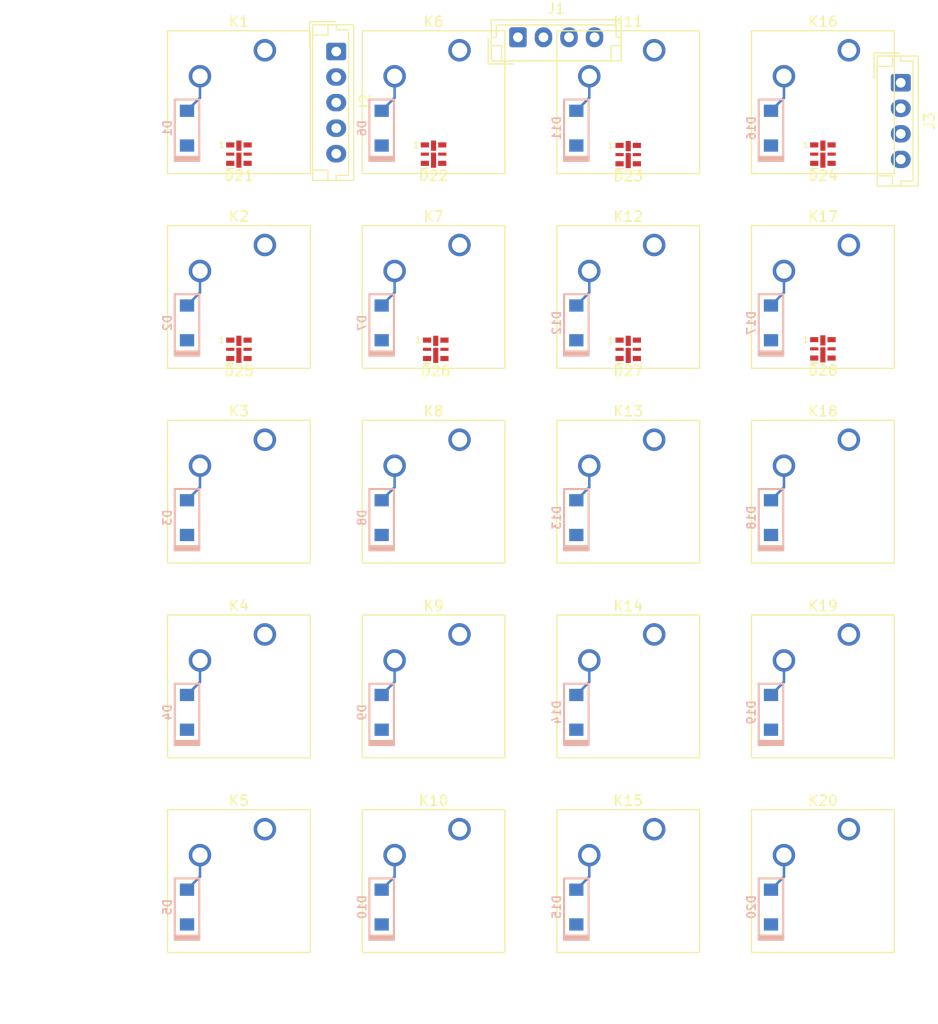
<source format=kicad_pcb>
(kicad_pcb (version 20171130) (host pcbnew 5.1.10)

  (general
    (thickness 1.6)
    (drawings 6)
    (tracks 40)
    (zones 0)
    (modules 51)
    (nets 51)
  )

  (page A4)
  (layers
    (0 F.Cu signal)
    (31 B.Cu signal)
    (32 B.Adhes user)
    (33 F.Adhes user)
    (34 B.Paste user hide)
    (35 F.Paste user)
    (36 B.SilkS user)
    (37 F.SilkS user)
    (38 B.Mask user)
    (39 F.Mask user)
    (40 Dwgs.User user)
    (41 Cmts.User user)
    (42 Eco1.User user)
    (43 Eco2.User user)
    (44 Edge.Cuts user)
    (45 Margin user)
    (46 B.CrtYd user)
    (47 F.CrtYd user)
    (48 B.Fab user)
    (49 F.Fab user)
  )

  (setup
    (last_trace_width 0.25)
    (trace_clearance 0.2)
    (zone_clearance 0.508)
    (zone_45_only no)
    (trace_min 0.2)
    (via_size 0.8)
    (via_drill 0.4)
    (via_min_size 0.4)
    (via_min_drill 0.3)
    (uvia_size 0.3)
    (uvia_drill 0.1)
    (uvias_allowed no)
    (uvia_min_size 0.2)
    (uvia_min_drill 0.1)
    (edge_width 0.05)
    (segment_width 0.2)
    (pcb_text_width 0.3)
    (pcb_text_size 1.5 1.5)
    (mod_edge_width 0.12)
    (mod_text_size 1 1)
    (mod_text_width 0.15)
    (pad_size 1.524 1.524)
    (pad_drill 0.762)
    (pad_to_mask_clearance 0)
    (aux_axis_origin 0 0)
    (visible_elements FFFFF77F)
    (pcbplotparams
      (layerselection 0x010fc_ffffffff)
      (usegerberextensions false)
      (usegerberattributes true)
      (usegerberadvancedattributes true)
      (creategerberjobfile true)
      (excludeedgelayer true)
      (linewidth 0.100000)
      (plotframeref false)
      (viasonmask false)
      (mode 1)
      (useauxorigin false)
      (hpglpennumber 1)
      (hpglpenspeed 20)
      (hpglpendiameter 15.000000)
      (psnegative false)
      (psa4output false)
      (plotreference true)
      (plotvalue true)
      (plotinvisibletext false)
      (padsonsilk false)
      (subtractmaskfromsilk false)
      (outputformat 1)
      (mirror false)
      (drillshape 1)
      (scaleselection 1)
      (outputdirectory ""))
  )

  (net 0 "")
  (net 1 "Net-(D1-Pad2)")
  (net 2 /row0)
  (net 3 "Net-(D2-Pad2)")
  (net 4 /row1)
  (net 5 "Net-(D3-Pad2)")
  (net 6 /row2)
  (net 7 "Net-(D4-Pad2)")
  (net 8 /row3)
  (net 9 "Net-(D5-Pad2)")
  (net 10 /row4)
  (net 11 "Net-(D6-Pad2)")
  (net 12 "Net-(D7-Pad2)")
  (net 13 "Net-(D8-Pad2)")
  (net 14 "Net-(D9-Pad2)")
  (net 15 "Net-(D10-Pad2)")
  (net 16 "Net-(D11-Pad2)")
  (net 17 "Net-(D12-Pad2)")
  (net 18 "Net-(D13-Pad2)")
  (net 19 "Net-(D14-Pad2)")
  (net 20 "Net-(D15-Pad2)")
  (net 21 "Net-(D16-Pad2)")
  (net 22 "Net-(D17-Pad2)")
  (net 23 "Net-(D18-Pad2)")
  (net 24 "Net-(D19-Pad2)")
  (net 25 "Net-(D20-Pad2)")
  (net 26 /col0)
  (net 27 /col1)
  (net 28 /col2)
  (net 29 /col3)
  (net 30 "Net-(D21-Pad6)")
  (net 31 "Net-(D21-Pad1)")
  (net 32 "Net-(D21-Pad4)")
  (net 33 "Net-(D21-Pad5)")
  (net 34 "Net-(D21-Pad3)")
  (net 35 "Net-(D21-Pad2)")
  (net 36 "Net-(D22-Pad4)")
  (net 37 "Net-(D22-Pad5)")
  (net 38 "Net-(D22-Pad3)")
  (net 39 "Net-(D22-Pad2)")
  (net 40 "Net-(D23-Pad2)")
  (net 41 "Net-(D23-Pad3)")
  (net 42 "Net-(D24-Pad5)")
  (net 43 "Net-(D24-Pad4)")
  (net 44 "Net-(D25-Pad2)")
  (net 45 "Net-(D25-Pad3)")
  (net 46 "Net-(D26-Pad4)")
  (net 47 "Net-(D26-Pad5)")
  (net 48 "Net-(D27-Pad3)")
  (net 49 "Net-(D27-Pad2)")
  (net 50 "Net-(J3-Pad2)")

  (net_class Default "This is the default net class."
    (clearance 0.2)
    (trace_width 0.25)
    (via_dia 0.8)
    (via_drill 0.4)
    (uvia_dia 0.3)
    (uvia_drill 0.1)
    (add_net /col0)
    (add_net /col1)
    (add_net /col2)
    (add_net /col3)
    (add_net /row0)
    (add_net /row1)
    (add_net /row2)
    (add_net /row3)
    (add_net /row4)
    (add_net "Net-(D1-Pad2)")
    (add_net "Net-(D10-Pad2)")
    (add_net "Net-(D11-Pad2)")
    (add_net "Net-(D12-Pad2)")
    (add_net "Net-(D13-Pad2)")
    (add_net "Net-(D14-Pad2)")
    (add_net "Net-(D15-Pad2)")
    (add_net "Net-(D16-Pad2)")
    (add_net "Net-(D17-Pad2)")
    (add_net "Net-(D18-Pad2)")
    (add_net "Net-(D19-Pad2)")
    (add_net "Net-(D2-Pad2)")
    (add_net "Net-(D20-Pad2)")
    (add_net "Net-(D21-Pad1)")
    (add_net "Net-(D21-Pad2)")
    (add_net "Net-(D21-Pad3)")
    (add_net "Net-(D21-Pad4)")
    (add_net "Net-(D21-Pad5)")
    (add_net "Net-(D21-Pad6)")
    (add_net "Net-(D22-Pad2)")
    (add_net "Net-(D22-Pad3)")
    (add_net "Net-(D22-Pad4)")
    (add_net "Net-(D22-Pad5)")
    (add_net "Net-(D23-Pad2)")
    (add_net "Net-(D23-Pad3)")
    (add_net "Net-(D24-Pad4)")
    (add_net "Net-(D24-Pad5)")
    (add_net "Net-(D25-Pad2)")
    (add_net "Net-(D25-Pad3)")
    (add_net "Net-(D26-Pad4)")
    (add_net "Net-(D26-Pad5)")
    (add_net "Net-(D27-Pad2)")
    (add_net "Net-(D27-Pad3)")
    (add_net "Net-(D3-Pad2)")
    (add_net "Net-(D4-Pad2)")
    (add_net "Net-(D5-Pad2)")
    (add_net "Net-(D6-Pad2)")
    (add_net "Net-(D7-Pad2)")
    (add_net "Net-(D8-Pad2)")
    (add_net "Net-(D9-Pad2)")
    (add_net "Net-(J3-Pad2)")
  )

  (module Connector_JST:JST_EH_B4B-EH-A_1x04_P2.50mm_Vertical (layer F.Cu) (tedit 5C28142C) (tstamp 61411A67)
    (at 90.805 49.53)
    (descr "JST EH series connector, B4B-EH-A (http://www.jst-mfg.com/product/pdf/eng/eEH.pdf), generated with kicad-footprint-generator")
    (tags "connector JST EH vertical")
    (path /614A7A03)
    (fp_text reference J1 (at 3.75 -2.8) (layer F.SilkS)
      (effects (font (size 1 1) (thickness 0.15)))
    )
    (fp_text value Conn_01x04 (at 3.75 3.4) (layer F.Fab)
      (effects (font (size 1 1) (thickness 0.15)))
    )
    (fp_line (start -2.5 -1.6) (end -2.5 2.2) (layer F.Fab) (width 0.1))
    (fp_line (start -2.5 2.2) (end 10 2.2) (layer F.Fab) (width 0.1))
    (fp_line (start 10 2.2) (end 10 -1.6) (layer F.Fab) (width 0.1))
    (fp_line (start 10 -1.6) (end -2.5 -1.6) (layer F.Fab) (width 0.1))
    (fp_line (start -3 -2.1) (end -3 2.7) (layer F.CrtYd) (width 0.05))
    (fp_line (start -3 2.7) (end 10.5 2.7) (layer F.CrtYd) (width 0.05))
    (fp_line (start 10.5 2.7) (end 10.5 -2.1) (layer F.CrtYd) (width 0.05))
    (fp_line (start 10.5 -2.1) (end -3 -2.1) (layer F.CrtYd) (width 0.05))
    (fp_line (start -2.61 -1.71) (end -2.61 2.31) (layer F.SilkS) (width 0.12))
    (fp_line (start -2.61 2.31) (end 10.11 2.31) (layer F.SilkS) (width 0.12))
    (fp_line (start 10.11 2.31) (end 10.11 -1.71) (layer F.SilkS) (width 0.12))
    (fp_line (start 10.11 -1.71) (end -2.61 -1.71) (layer F.SilkS) (width 0.12))
    (fp_line (start -2.61 0) (end -2.11 0) (layer F.SilkS) (width 0.12))
    (fp_line (start -2.11 0) (end -2.11 -1.21) (layer F.SilkS) (width 0.12))
    (fp_line (start -2.11 -1.21) (end 9.61 -1.21) (layer F.SilkS) (width 0.12))
    (fp_line (start 9.61 -1.21) (end 9.61 0) (layer F.SilkS) (width 0.12))
    (fp_line (start 9.61 0) (end 10.11 0) (layer F.SilkS) (width 0.12))
    (fp_line (start -2.61 0.81) (end -1.61 0.81) (layer F.SilkS) (width 0.12))
    (fp_line (start -1.61 0.81) (end -1.61 2.31) (layer F.SilkS) (width 0.12))
    (fp_line (start 10.11 0.81) (end 9.11 0.81) (layer F.SilkS) (width 0.12))
    (fp_line (start 9.11 0.81) (end 9.11 2.31) (layer F.SilkS) (width 0.12))
    (fp_line (start -2.91 0.11) (end -2.91 2.61) (layer F.SilkS) (width 0.12))
    (fp_line (start -2.91 2.61) (end -0.41 2.61) (layer F.SilkS) (width 0.12))
    (fp_line (start -2.91 0.11) (end -2.91 2.61) (layer F.Fab) (width 0.1))
    (fp_line (start -2.91 2.61) (end -0.41 2.61) (layer F.Fab) (width 0.1))
    (fp_text user %R (at 3.75 1.5) (layer F.Fab)
      (effects (font (size 1 1) (thickness 0.15)))
    )
    (pad 1 thru_hole roundrect (at 0 0) (size 1.7 1.95) (drill 0.95) (layers *.Cu *.Mask) (roundrect_rratio 0.147059)
      (net 26 /col0))
    (pad 2 thru_hole oval (at 2.5 0) (size 1.7 1.95) (drill 0.95) (layers *.Cu *.Mask)
      (net 27 /col1))
    (pad 3 thru_hole oval (at 5 0) (size 1.7 1.95) (drill 0.95) (layers *.Cu *.Mask)
      (net 28 /col2))
    (pad 4 thru_hole oval (at 7.5 0) (size 1.7 1.95) (drill 0.95) (layers *.Cu *.Mask)
      (net 29 /col3))
    (model ${KISYS3DMOD}/Connector_JST.3dshapes/JST_EH_B4B-EH-A_1x04_P2.50mm_Vertical.wrl
      (at (xyz 0 0 0))
      (scale (xyz 1 1 1))
      (rotate (xyz 0 0 0))
    )
  )

  (module Connector_JST:JST_EH_B5B-EH-A_1x05_P2.50mm_Vertical (layer F.Cu) (tedit 5C28142C) (tstamp 61411A8A)
    (at 73.025 50.92 270)
    (descr "JST EH series connector, B5B-EH-A (http://www.jst-mfg.com/product/pdf/eng/eEH.pdf), generated with kicad-footprint-generator")
    (tags "connector JST EH vertical")
    (path /614A86E4)
    (fp_text reference J2 (at 5 -2.8 90) (layer F.SilkS)
      (effects (font (size 1 1) (thickness 0.15)))
    )
    (fp_text value Conn_01x05 (at 5 3.4 90) (layer F.Fab)
      (effects (font (size 1 1) (thickness 0.15)))
    )
    (fp_line (start -2.5 -1.6) (end -2.5 2.2) (layer F.Fab) (width 0.1))
    (fp_line (start -2.5 2.2) (end 12.5 2.2) (layer F.Fab) (width 0.1))
    (fp_line (start 12.5 2.2) (end 12.5 -1.6) (layer F.Fab) (width 0.1))
    (fp_line (start 12.5 -1.6) (end -2.5 -1.6) (layer F.Fab) (width 0.1))
    (fp_line (start -3 -2.1) (end -3 2.7) (layer F.CrtYd) (width 0.05))
    (fp_line (start -3 2.7) (end 13 2.7) (layer F.CrtYd) (width 0.05))
    (fp_line (start 13 2.7) (end 13 -2.1) (layer F.CrtYd) (width 0.05))
    (fp_line (start 13 -2.1) (end -3 -2.1) (layer F.CrtYd) (width 0.05))
    (fp_line (start -2.61 -1.71) (end -2.61 2.31) (layer F.SilkS) (width 0.12))
    (fp_line (start -2.61 2.31) (end 12.61 2.31) (layer F.SilkS) (width 0.12))
    (fp_line (start 12.61 2.31) (end 12.61 -1.71) (layer F.SilkS) (width 0.12))
    (fp_line (start 12.61 -1.71) (end -2.61 -1.71) (layer F.SilkS) (width 0.12))
    (fp_line (start -2.61 0) (end -2.11 0) (layer F.SilkS) (width 0.12))
    (fp_line (start -2.11 0) (end -2.11 -1.21) (layer F.SilkS) (width 0.12))
    (fp_line (start -2.11 -1.21) (end 12.11 -1.21) (layer F.SilkS) (width 0.12))
    (fp_line (start 12.11 -1.21) (end 12.11 0) (layer F.SilkS) (width 0.12))
    (fp_line (start 12.11 0) (end 12.61 0) (layer F.SilkS) (width 0.12))
    (fp_line (start -2.61 0.81) (end -1.61 0.81) (layer F.SilkS) (width 0.12))
    (fp_line (start -1.61 0.81) (end -1.61 2.31) (layer F.SilkS) (width 0.12))
    (fp_line (start 12.61 0.81) (end 11.61 0.81) (layer F.SilkS) (width 0.12))
    (fp_line (start 11.61 0.81) (end 11.61 2.31) (layer F.SilkS) (width 0.12))
    (fp_line (start -2.91 0.11) (end -2.91 2.61) (layer F.SilkS) (width 0.12))
    (fp_line (start -2.91 2.61) (end -0.41 2.61) (layer F.SilkS) (width 0.12))
    (fp_line (start -2.91 0.11) (end -2.91 2.61) (layer F.Fab) (width 0.1))
    (fp_line (start -2.91 2.61) (end -0.41 2.61) (layer F.Fab) (width 0.1))
    (fp_text user %R (at 5 1.5 90) (layer F.Fab)
      (effects (font (size 1 1) (thickness 0.15)))
    )
    (pad 1 thru_hole roundrect (at 0 0 270) (size 1.7 1.95) (drill 0.95) (layers *.Cu *.Mask) (roundrect_rratio 0.147059)
      (net 2 /row0))
    (pad 2 thru_hole oval (at 2.5 0 270) (size 1.7 1.95) (drill 0.95) (layers *.Cu *.Mask)
      (net 4 /row1))
    (pad 3 thru_hole oval (at 5 0 270) (size 1.7 1.95) (drill 0.95) (layers *.Cu *.Mask)
      (net 6 /row2))
    (pad 4 thru_hole oval (at 7.5 0 270) (size 1.7 1.95) (drill 0.95) (layers *.Cu *.Mask)
      (net 8 /row3))
    (pad 5 thru_hole oval (at 10 0 270) (size 1.7 1.95) (drill 0.95) (layers *.Cu *.Mask)
      (net 10 /row4))
    (model ${KISYS3DMOD}/Connector_JST.3dshapes/JST_EH_B5B-EH-A_1x05_P2.50mm_Vertical.wrl
      (at (xyz 0 0 0))
      (scale (xyz 1 1 1))
      (rotate (xyz 0 0 0))
    )
  )

  (module Button_Switch_Keyboard:SW_Cherry_MX_1.00u_Plate (layer F.Cu) (tedit 5A02FE24) (tstamp 61411AA2)
    (at 66.04 50.8)
    (descr "Cherry MX keyswitch, 1.00u, plate mount, http://cherryamericas.com/wp-content/uploads/2014/12/mx_cat.pdf")
    (tags "Cherry MX keyswitch 1.00u plate")
    (path /61410C2D)
    (fp_text reference K1 (at -2.54 -2.794) (layer F.SilkS)
      (effects (font (size 1 1) (thickness 0.15)))
    )
    (fp_text value KEYSW (at -2.54 12.954) (layer F.Fab)
      (effects (font (size 1 1) (thickness 0.15)))
    )
    (fp_line (start -8.89 -1.27) (end 3.81 -1.27) (layer F.Fab) (width 0.1))
    (fp_line (start 3.81 -1.27) (end 3.81 11.43) (layer F.Fab) (width 0.1))
    (fp_line (start 3.81 11.43) (end -8.89 11.43) (layer F.Fab) (width 0.1))
    (fp_line (start -8.89 11.43) (end -8.89 -1.27) (layer F.Fab) (width 0.1))
    (fp_line (start -9.14 11.68) (end -9.14 -1.52) (layer F.CrtYd) (width 0.05))
    (fp_line (start 4.06 11.68) (end -9.14 11.68) (layer F.CrtYd) (width 0.05))
    (fp_line (start 4.06 -1.52) (end 4.06 11.68) (layer F.CrtYd) (width 0.05))
    (fp_line (start -9.14 -1.52) (end 4.06 -1.52) (layer F.CrtYd) (width 0.05))
    (fp_line (start -12.065 -4.445) (end 6.985 -4.445) (layer Dwgs.User) (width 0.15))
    (fp_line (start 6.985 -4.445) (end 6.985 14.605) (layer Dwgs.User) (width 0.15))
    (fp_line (start 6.985 14.605) (end -12.065 14.605) (layer Dwgs.User) (width 0.15))
    (fp_line (start -12.065 14.605) (end -12.065 -4.445) (layer Dwgs.User) (width 0.15))
    (fp_line (start -9.525 -1.905) (end 4.445 -1.905) (layer F.SilkS) (width 0.12))
    (fp_line (start 4.445 -1.905) (end 4.445 12.065) (layer F.SilkS) (width 0.12))
    (fp_line (start 4.445 12.065) (end -9.525 12.065) (layer F.SilkS) (width 0.12))
    (fp_line (start -9.525 12.065) (end -9.525 -1.905) (layer F.SilkS) (width 0.12))
    (fp_text user %R (at -2.54 -2.794) (layer F.Fab)
      (effects (font (size 1 1) (thickness 0.15)))
    )
    (pad 1 thru_hole circle (at 0 0) (size 2.2 2.2) (drill 1.5) (layers *.Cu *.Mask)
      (net 26 /col0))
    (pad 2 thru_hole circle (at -6.35 2.54) (size 2.2 2.2) (drill 1.5) (layers *.Cu *.Mask)
      (net 1 "Net-(D1-Pad2)"))
    (pad "" np_thru_hole circle (at -2.54 5.08) (size 4 4) (drill 4) (layers *.Cu *.Mask))
    (model ${KISYS3DMOD}/Button_Switch_Keyboard.3dshapes/SW_Cherry_MX_1.00u_Plate.wrl
      (at (xyz 0 0 0))
      (scale (xyz 1 1 1))
      (rotate (xyz 0 0 0))
    )
  )

  (module Button_Switch_Keyboard:SW_Cherry_MX_1.00u_Plate locked (layer F.Cu) (tedit 5A02FE24) (tstamp 61411ABA)
    (at 66.04 69.85)
    (descr "Cherry MX keyswitch, 1.00u, plate mount, http://cherryamericas.com/wp-content/uploads/2014/12/mx_cat.pdf")
    (tags "Cherry MX keyswitch 1.00u plate")
    (path /61419517)
    (fp_text reference K2 (at -2.54 -2.794) (layer F.SilkS)
      (effects (font (size 1 1) (thickness 0.15)))
    )
    (fp_text value KEYSW (at -2.54 12.954) (layer F.Fab)
      (effects (font (size 1 1) (thickness 0.15)))
    )
    (fp_line (start -8.89 -1.27) (end 3.81 -1.27) (layer F.Fab) (width 0.1))
    (fp_line (start 3.81 -1.27) (end 3.81 11.43) (layer F.Fab) (width 0.1))
    (fp_line (start 3.81 11.43) (end -8.89 11.43) (layer F.Fab) (width 0.1))
    (fp_line (start -8.89 11.43) (end -8.89 -1.27) (layer F.Fab) (width 0.1))
    (fp_line (start -9.14 11.68) (end -9.14 -1.52) (layer F.CrtYd) (width 0.05))
    (fp_line (start 4.06 11.68) (end -9.14 11.68) (layer F.CrtYd) (width 0.05))
    (fp_line (start 4.06 -1.52) (end 4.06 11.68) (layer F.CrtYd) (width 0.05))
    (fp_line (start -9.14 -1.52) (end 4.06 -1.52) (layer F.CrtYd) (width 0.05))
    (fp_line (start -12.065 -4.445) (end 6.985 -4.445) (layer Dwgs.User) (width 0.15))
    (fp_line (start 6.985 -4.445) (end 6.985 14.605) (layer Dwgs.User) (width 0.15))
    (fp_line (start 6.985 14.605) (end -12.065 14.605) (layer Dwgs.User) (width 0.15))
    (fp_line (start -12.065 14.605) (end -12.065 -4.445) (layer Dwgs.User) (width 0.15))
    (fp_line (start -9.525 -1.905) (end 4.445 -1.905) (layer F.SilkS) (width 0.12))
    (fp_line (start 4.445 -1.905) (end 4.445 12.065) (layer F.SilkS) (width 0.12))
    (fp_line (start 4.445 12.065) (end -9.525 12.065) (layer F.SilkS) (width 0.12))
    (fp_line (start -9.525 12.065) (end -9.525 -1.905) (layer F.SilkS) (width 0.12))
    (fp_text user %R (at -2.54 -2.794) (layer F.Fab)
      (effects (font (size 1 1) (thickness 0.15)))
    )
    (pad 1 thru_hole circle (at 0 0) (size 2.2 2.2) (drill 1.5) (layers *.Cu *.Mask)
      (net 26 /col0))
    (pad 2 thru_hole circle (at -6.35 2.54) (size 2.2 2.2) (drill 1.5) (layers *.Cu *.Mask)
      (net 3 "Net-(D2-Pad2)"))
    (pad "" np_thru_hole circle (at -2.54 5.08) (size 4 4) (drill 4) (layers *.Cu *.Mask))
    (model ${KISYS3DMOD}/Button_Switch_Keyboard.3dshapes/SW_Cherry_MX_1.00u_Plate.wrl
      (at (xyz 0 0 0))
      (scale (xyz 1 1 1))
      (rotate (xyz 0 0 0))
    )
  )

  (module Button_Switch_Keyboard:SW_Cherry_MX_1.00u_Plate locked (layer F.Cu) (tedit 5A02FE24) (tstamp 61411AD2)
    (at 66.04 88.9)
    (descr "Cherry MX keyswitch, 1.00u, plate mount, http://cherryamericas.com/wp-content/uploads/2014/12/mx_cat.pdf")
    (tags "Cherry MX keyswitch 1.00u plate")
    (path /61433549)
    (fp_text reference K3 (at -2.54 -2.794) (layer F.SilkS)
      (effects (font (size 1 1) (thickness 0.15)))
    )
    (fp_text value KEYSW (at -2.54 12.954) (layer F.Fab)
      (effects (font (size 1 1) (thickness 0.15)))
    )
    (fp_line (start -8.89 -1.27) (end 3.81 -1.27) (layer F.Fab) (width 0.1))
    (fp_line (start 3.81 -1.27) (end 3.81 11.43) (layer F.Fab) (width 0.1))
    (fp_line (start 3.81 11.43) (end -8.89 11.43) (layer F.Fab) (width 0.1))
    (fp_line (start -8.89 11.43) (end -8.89 -1.27) (layer F.Fab) (width 0.1))
    (fp_line (start -9.14 11.68) (end -9.14 -1.52) (layer F.CrtYd) (width 0.05))
    (fp_line (start 4.06 11.68) (end -9.14 11.68) (layer F.CrtYd) (width 0.05))
    (fp_line (start 4.06 -1.52) (end 4.06 11.68) (layer F.CrtYd) (width 0.05))
    (fp_line (start -9.14 -1.52) (end 4.06 -1.52) (layer F.CrtYd) (width 0.05))
    (fp_line (start -12.065 -4.445) (end 6.985 -4.445) (layer Dwgs.User) (width 0.15))
    (fp_line (start 6.985 -4.445) (end 6.985 14.605) (layer Dwgs.User) (width 0.15))
    (fp_line (start 6.985 14.605) (end -12.065 14.605) (layer Dwgs.User) (width 0.15))
    (fp_line (start -12.065 14.605) (end -12.065 -4.445) (layer Dwgs.User) (width 0.15))
    (fp_line (start -9.525 -1.905) (end 4.445 -1.905) (layer F.SilkS) (width 0.12))
    (fp_line (start 4.445 -1.905) (end 4.445 12.065) (layer F.SilkS) (width 0.12))
    (fp_line (start 4.445 12.065) (end -9.525 12.065) (layer F.SilkS) (width 0.12))
    (fp_line (start -9.525 12.065) (end -9.525 -1.905) (layer F.SilkS) (width 0.12))
    (fp_text user %R (at -2.54 -2.794) (layer F.Fab)
      (effects (font (size 1 1) (thickness 0.15)))
    )
    (pad 1 thru_hole circle (at 0 0) (size 2.2 2.2) (drill 1.5) (layers *.Cu *.Mask)
      (net 26 /col0))
    (pad 2 thru_hole circle (at -6.35 2.54) (size 2.2 2.2) (drill 1.5) (layers *.Cu *.Mask)
      (net 5 "Net-(D3-Pad2)"))
    (pad "" np_thru_hole circle (at -2.54 5.08) (size 4 4) (drill 4) (layers *.Cu *.Mask))
    (model ${KISYS3DMOD}/Button_Switch_Keyboard.3dshapes/SW_Cherry_MX_1.00u_Plate.wrl
      (at (xyz 0 0 0))
      (scale (xyz 1 1 1))
      (rotate (xyz 0 0 0))
    )
  )

  (module Button_Switch_Keyboard:SW_Cherry_MX_1.00u_Plate locked (layer F.Cu) (tedit 5A02FE24) (tstamp 61411AEA)
    (at 66.04 107.95)
    (descr "Cherry MX keyswitch, 1.00u, plate mount, http://cherryamericas.com/wp-content/uploads/2014/12/mx_cat.pdf")
    (tags "Cherry MX keyswitch 1.00u plate")
    (path /61433579)
    (fp_text reference K4 (at -2.54 -2.794) (layer F.SilkS)
      (effects (font (size 1 1) (thickness 0.15)))
    )
    (fp_text value KEYSW (at -2.54 12.954) (layer F.Fab)
      (effects (font (size 1 1) (thickness 0.15)))
    )
    (fp_line (start -9.525 12.065) (end -9.525 -1.905) (layer F.SilkS) (width 0.12))
    (fp_line (start 4.445 12.065) (end -9.525 12.065) (layer F.SilkS) (width 0.12))
    (fp_line (start 4.445 -1.905) (end 4.445 12.065) (layer F.SilkS) (width 0.12))
    (fp_line (start -9.525 -1.905) (end 4.445 -1.905) (layer F.SilkS) (width 0.12))
    (fp_line (start -12.065 14.605) (end -12.065 -4.445) (layer Dwgs.User) (width 0.15))
    (fp_line (start 6.985 14.605) (end -12.065 14.605) (layer Dwgs.User) (width 0.15))
    (fp_line (start 6.985 -4.445) (end 6.985 14.605) (layer Dwgs.User) (width 0.15))
    (fp_line (start -12.065 -4.445) (end 6.985 -4.445) (layer Dwgs.User) (width 0.15))
    (fp_line (start -9.14 -1.52) (end 4.06 -1.52) (layer F.CrtYd) (width 0.05))
    (fp_line (start 4.06 -1.52) (end 4.06 11.68) (layer F.CrtYd) (width 0.05))
    (fp_line (start 4.06 11.68) (end -9.14 11.68) (layer F.CrtYd) (width 0.05))
    (fp_line (start -9.14 11.68) (end -9.14 -1.52) (layer F.CrtYd) (width 0.05))
    (fp_line (start -8.89 11.43) (end -8.89 -1.27) (layer F.Fab) (width 0.1))
    (fp_line (start 3.81 11.43) (end -8.89 11.43) (layer F.Fab) (width 0.1))
    (fp_line (start 3.81 -1.27) (end 3.81 11.43) (layer F.Fab) (width 0.1))
    (fp_line (start -8.89 -1.27) (end 3.81 -1.27) (layer F.Fab) (width 0.1))
    (fp_text user %R (at -2.54 -2.794) (layer F.Fab)
      (effects (font (size 1 1) (thickness 0.15)))
    )
    (pad "" np_thru_hole circle (at -2.54 5.08) (size 4 4) (drill 4) (layers *.Cu *.Mask))
    (pad 2 thru_hole circle (at -6.35 2.54) (size 2.2 2.2) (drill 1.5) (layers *.Cu *.Mask)
      (net 7 "Net-(D4-Pad2)"))
    (pad 1 thru_hole circle (at 0 0) (size 2.2 2.2) (drill 1.5) (layers *.Cu *.Mask)
      (net 26 /col0))
    (model ${KISYS3DMOD}/Button_Switch_Keyboard.3dshapes/SW_Cherry_MX_1.00u_Plate.wrl
      (at (xyz 0 0 0))
      (scale (xyz 1 1 1))
      (rotate (xyz 0 0 0))
    )
  )

  (module Button_Switch_Keyboard:SW_Cherry_MX_1.00u_Plate locked (layer F.Cu) (tedit 5A02FE24) (tstamp 61411B02)
    (at 66.04 127)
    (descr "Cherry MX keyswitch, 1.00u, plate mount, http://cherryamericas.com/wp-content/uploads/2014/12/mx_cat.pdf")
    (tags "Cherry MX keyswitch 1.00u plate")
    (path /61446EAF)
    (fp_text reference K5 (at -2.54 -2.794) (layer F.SilkS)
      (effects (font (size 1 1) (thickness 0.15)))
    )
    (fp_text value KEYSW (at -2.54 12.954) (layer F.Fab)
      (effects (font (size 1 1) (thickness 0.15)))
    )
    (fp_line (start -9.525 12.065) (end -9.525 -1.905) (layer F.SilkS) (width 0.12))
    (fp_line (start 4.445 12.065) (end -9.525 12.065) (layer F.SilkS) (width 0.12))
    (fp_line (start 4.445 -1.905) (end 4.445 12.065) (layer F.SilkS) (width 0.12))
    (fp_line (start -9.525 -1.905) (end 4.445 -1.905) (layer F.SilkS) (width 0.12))
    (fp_line (start -12.065 14.605) (end -12.065 -4.445) (layer Dwgs.User) (width 0.15))
    (fp_line (start 6.985 14.605) (end -12.065 14.605) (layer Dwgs.User) (width 0.15))
    (fp_line (start 6.985 -4.445) (end 6.985 14.605) (layer Dwgs.User) (width 0.15))
    (fp_line (start -12.065 -4.445) (end 6.985 -4.445) (layer Dwgs.User) (width 0.15))
    (fp_line (start -9.14 -1.52) (end 4.06 -1.52) (layer F.CrtYd) (width 0.05))
    (fp_line (start 4.06 -1.52) (end 4.06 11.68) (layer F.CrtYd) (width 0.05))
    (fp_line (start 4.06 11.68) (end -9.14 11.68) (layer F.CrtYd) (width 0.05))
    (fp_line (start -9.14 11.68) (end -9.14 -1.52) (layer F.CrtYd) (width 0.05))
    (fp_line (start -8.89 11.43) (end -8.89 -1.27) (layer F.Fab) (width 0.1))
    (fp_line (start 3.81 11.43) (end -8.89 11.43) (layer F.Fab) (width 0.1))
    (fp_line (start 3.81 -1.27) (end 3.81 11.43) (layer F.Fab) (width 0.1))
    (fp_line (start -8.89 -1.27) (end 3.81 -1.27) (layer F.Fab) (width 0.1))
    (fp_text user %R (at -2.54 -2.794) (layer F.Fab)
      (effects (font (size 1 1) (thickness 0.15)))
    )
    (pad "" np_thru_hole circle (at -2.54 5.08) (size 4 4) (drill 4) (layers *.Cu *.Mask))
    (pad 2 thru_hole circle (at -6.35 2.54) (size 2.2 2.2) (drill 1.5) (layers *.Cu *.Mask)
      (net 9 "Net-(D5-Pad2)"))
    (pad 1 thru_hole circle (at 0 0) (size 2.2 2.2) (drill 1.5) (layers *.Cu *.Mask)
      (net 26 /col0))
    (model ${KISYS3DMOD}/Button_Switch_Keyboard.3dshapes/SW_Cherry_MX_1.00u_Plate.wrl
      (at (xyz 0 0 0))
      (scale (xyz 1 1 1))
      (rotate (xyz 0 0 0))
    )
  )

  (module Button_Switch_Keyboard:SW_Cherry_MX_1.00u_Plate locked (layer F.Cu) (tedit 5A02FE24) (tstamp 61411B1A)
    (at 85.09 50.8)
    (descr "Cherry MX keyswitch, 1.00u, plate mount, http://cherryamericas.com/wp-content/uploads/2014/12/mx_cat.pdf")
    (tags "Cherry MX keyswitch 1.00u plate")
    (path /6141478D)
    (fp_text reference K6 (at -2.54 -2.794) (layer F.SilkS)
      (effects (font (size 1 1) (thickness 0.15)))
    )
    (fp_text value KEYSW (at -2.54 12.954) (layer F.Fab)
      (effects (font (size 1 1) (thickness 0.15)))
    )
    (fp_line (start -8.89 -1.27) (end 3.81 -1.27) (layer F.Fab) (width 0.1))
    (fp_line (start 3.81 -1.27) (end 3.81 11.43) (layer F.Fab) (width 0.1))
    (fp_line (start 3.81 11.43) (end -8.89 11.43) (layer F.Fab) (width 0.1))
    (fp_line (start -8.89 11.43) (end -8.89 -1.27) (layer F.Fab) (width 0.1))
    (fp_line (start -9.14 11.68) (end -9.14 -1.52) (layer F.CrtYd) (width 0.05))
    (fp_line (start 4.06 11.68) (end -9.14 11.68) (layer F.CrtYd) (width 0.05))
    (fp_line (start 4.06 -1.52) (end 4.06 11.68) (layer F.CrtYd) (width 0.05))
    (fp_line (start -9.14 -1.52) (end 4.06 -1.52) (layer F.CrtYd) (width 0.05))
    (fp_line (start -12.065 -4.445) (end 6.985 -4.445) (layer Dwgs.User) (width 0.15))
    (fp_line (start 6.985 -4.445) (end 6.985 14.605) (layer Dwgs.User) (width 0.15))
    (fp_line (start 6.985 14.605) (end -12.065 14.605) (layer Dwgs.User) (width 0.15))
    (fp_line (start -12.065 14.605) (end -12.065 -4.445) (layer Dwgs.User) (width 0.15))
    (fp_line (start -9.525 -1.905) (end 4.445 -1.905) (layer F.SilkS) (width 0.12))
    (fp_line (start 4.445 -1.905) (end 4.445 12.065) (layer F.SilkS) (width 0.12))
    (fp_line (start 4.445 12.065) (end -9.525 12.065) (layer F.SilkS) (width 0.12))
    (fp_line (start -9.525 12.065) (end -9.525 -1.905) (layer F.SilkS) (width 0.12))
    (fp_text user %R (at -2.54 -2.794) (layer F.Fab)
      (effects (font (size 1 1) (thickness 0.15)))
    )
    (pad 1 thru_hole circle (at 0 0) (size 2.2 2.2) (drill 1.5) (layers *.Cu *.Mask)
      (net 27 /col1))
    (pad 2 thru_hole circle (at -6.35 2.54) (size 2.2 2.2) (drill 1.5) (layers *.Cu *.Mask)
      (net 11 "Net-(D6-Pad2)"))
    (pad "" np_thru_hole circle (at -2.54 5.08) (size 4 4) (drill 4) (layers *.Cu *.Mask))
    (model ${KISYS3DMOD}/Button_Switch_Keyboard.3dshapes/SW_Cherry_MX_1.00u_Plate.wrl
      (at (xyz 0 0 0))
      (scale (xyz 1 1 1))
      (rotate (xyz 0 0 0))
    )
  )

  (module Button_Switch_Keyboard:SW_Cherry_MX_1.00u_Plate locked (layer F.Cu) (tedit 5A02FE24) (tstamp 61411B32)
    (at 85.09 69.85)
    (descr "Cherry MX keyswitch, 1.00u, plate mount, http://cherryamericas.com/wp-content/uploads/2014/12/mx_cat.pdf")
    (tags "Cherry MX keyswitch 1.00u plate")
    (path /61419523)
    (fp_text reference K7 (at -2.54 -2.794) (layer F.SilkS)
      (effects (font (size 1 1) (thickness 0.15)))
    )
    (fp_text value KEYSW (at -2.54 12.954) (layer F.Fab)
      (effects (font (size 1 1) (thickness 0.15)))
    )
    (fp_line (start -8.89 -1.27) (end 3.81 -1.27) (layer F.Fab) (width 0.1))
    (fp_line (start 3.81 -1.27) (end 3.81 11.43) (layer F.Fab) (width 0.1))
    (fp_line (start 3.81 11.43) (end -8.89 11.43) (layer F.Fab) (width 0.1))
    (fp_line (start -8.89 11.43) (end -8.89 -1.27) (layer F.Fab) (width 0.1))
    (fp_line (start -9.14 11.68) (end -9.14 -1.52) (layer F.CrtYd) (width 0.05))
    (fp_line (start 4.06 11.68) (end -9.14 11.68) (layer F.CrtYd) (width 0.05))
    (fp_line (start 4.06 -1.52) (end 4.06 11.68) (layer F.CrtYd) (width 0.05))
    (fp_line (start -9.14 -1.52) (end 4.06 -1.52) (layer F.CrtYd) (width 0.05))
    (fp_line (start -12.065 -4.445) (end 6.985 -4.445) (layer Dwgs.User) (width 0.15))
    (fp_line (start 6.985 -4.445) (end 6.985 14.605) (layer Dwgs.User) (width 0.15))
    (fp_line (start 6.985 14.605) (end -12.065 14.605) (layer Dwgs.User) (width 0.15))
    (fp_line (start -12.065 14.605) (end -12.065 -4.445) (layer Dwgs.User) (width 0.15))
    (fp_line (start -9.525 -1.905) (end 4.445 -1.905) (layer F.SilkS) (width 0.12))
    (fp_line (start 4.445 -1.905) (end 4.445 12.065) (layer F.SilkS) (width 0.12))
    (fp_line (start 4.445 12.065) (end -9.525 12.065) (layer F.SilkS) (width 0.12))
    (fp_line (start -9.525 12.065) (end -9.525 -1.905) (layer F.SilkS) (width 0.12))
    (fp_text user %R (at -2.54 -2.794) (layer F.Fab)
      (effects (font (size 1 1) (thickness 0.15)))
    )
    (pad 1 thru_hole circle (at 0 0) (size 2.2 2.2) (drill 1.5) (layers *.Cu *.Mask)
      (net 27 /col1))
    (pad 2 thru_hole circle (at -6.35 2.54) (size 2.2 2.2) (drill 1.5) (layers *.Cu *.Mask)
      (net 12 "Net-(D7-Pad2)"))
    (pad "" np_thru_hole circle (at -2.54 5.08) (size 4 4) (drill 4) (layers *.Cu *.Mask))
    (model ${KISYS3DMOD}/Button_Switch_Keyboard.3dshapes/SW_Cherry_MX_1.00u_Plate.wrl
      (at (xyz 0 0 0))
      (scale (xyz 1 1 1))
      (rotate (xyz 0 0 0))
    )
  )

  (module Button_Switch_Keyboard:SW_Cherry_MX_1.00u_Plate locked (layer F.Cu) (tedit 5A02FE24) (tstamp 61411B4A)
    (at 85.09 88.9)
    (descr "Cherry MX keyswitch, 1.00u, plate mount, http://cherryamericas.com/wp-content/uploads/2014/12/mx_cat.pdf")
    (tags "Cherry MX keyswitch 1.00u plate")
    (path /61433555)
    (fp_text reference K8 (at -2.54 -2.794) (layer F.SilkS)
      (effects (font (size 1 1) (thickness 0.15)))
    )
    (fp_text value KEYSW (at -2.54 12.954) (layer F.Fab)
      (effects (font (size 1 1) (thickness 0.15)))
    )
    (fp_line (start -8.89 -1.27) (end 3.81 -1.27) (layer F.Fab) (width 0.1))
    (fp_line (start 3.81 -1.27) (end 3.81 11.43) (layer F.Fab) (width 0.1))
    (fp_line (start 3.81 11.43) (end -8.89 11.43) (layer F.Fab) (width 0.1))
    (fp_line (start -8.89 11.43) (end -8.89 -1.27) (layer F.Fab) (width 0.1))
    (fp_line (start -9.14 11.68) (end -9.14 -1.52) (layer F.CrtYd) (width 0.05))
    (fp_line (start 4.06 11.68) (end -9.14 11.68) (layer F.CrtYd) (width 0.05))
    (fp_line (start 4.06 -1.52) (end 4.06 11.68) (layer F.CrtYd) (width 0.05))
    (fp_line (start -9.14 -1.52) (end 4.06 -1.52) (layer F.CrtYd) (width 0.05))
    (fp_line (start -12.065 -4.445) (end 6.985 -4.445) (layer Dwgs.User) (width 0.15))
    (fp_line (start 6.985 -4.445) (end 6.985 14.605) (layer Dwgs.User) (width 0.15))
    (fp_line (start 6.985 14.605) (end -12.065 14.605) (layer Dwgs.User) (width 0.15))
    (fp_line (start -12.065 14.605) (end -12.065 -4.445) (layer Dwgs.User) (width 0.15))
    (fp_line (start -9.525 -1.905) (end 4.445 -1.905) (layer F.SilkS) (width 0.12))
    (fp_line (start 4.445 -1.905) (end 4.445 12.065) (layer F.SilkS) (width 0.12))
    (fp_line (start 4.445 12.065) (end -9.525 12.065) (layer F.SilkS) (width 0.12))
    (fp_line (start -9.525 12.065) (end -9.525 -1.905) (layer F.SilkS) (width 0.12))
    (fp_text user %R (at -2.54 -2.794) (layer F.Fab)
      (effects (font (size 1 1) (thickness 0.15)))
    )
    (pad 1 thru_hole circle (at 0 0) (size 2.2 2.2) (drill 1.5) (layers *.Cu *.Mask)
      (net 27 /col1))
    (pad 2 thru_hole circle (at -6.35 2.54) (size 2.2 2.2) (drill 1.5) (layers *.Cu *.Mask)
      (net 13 "Net-(D8-Pad2)"))
    (pad "" np_thru_hole circle (at -2.54 5.08) (size 4 4) (drill 4) (layers *.Cu *.Mask))
    (model ${KISYS3DMOD}/Button_Switch_Keyboard.3dshapes/SW_Cherry_MX_1.00u_Plate.wrl
      (at (xyz 0 0 0))
      (scale (xyz 1 1 1))
      (rotate (xyz 0 0 0))
    )
  )

  (module Button_Switch_Keyboard:SW_Cherry_MX_1.00u_Plate locked (layer F.Cu) (tedit 5A02FE24) (tstamp 61411B62)
    (at 85.09 107.95)
    (descr "Cherry MX keyswitch, 1.00u, plate mount, http://cherryamericas.com/wp-content/uploads/2014/12/mx_cat.pdf")
    (tags "Cherry MX keyswitch 1.00u plate")
    (path /61433585)
    (fp_text reference K9 (at -2.54 -2.794) (layer F.SilkS)
      (effects (font (size 1 1) (thickness 0.15)))
    )
    (fp_text value KEYSW (at -2.54 12.954) (layer F.Fab)
      (effects (font (size 1 1) (thickness 0.15)))
    )
    (fp_line (start -9.525 12.065) (end -9.525 -1.905) (layer F.SilkS) (width 0.12))
    (fp_line (start 4.445 12.065) (end -9.525 12.065) (layer F.SilkS) (width 0.12))
    (fp_line (start 4.445 -1.905) (end 4.445 12.065) (layer F.SilkS) (width 0.12))
    (fp_line (start -9.525 -1.905) (end 4.445 -1.905) (layer F.SilkS) (width 0.12))
    (fp_line (start -12.065 14.605) (end -12.065 -4.445) (layer Dwgs.User) (width 0.15))
    (fp_line (start 6.985 14.605) (end -12.065 14.605) (layer Dwgs.User) (width 0.15))
    (fp_line (start 6.985 -4.445) (end 6.985 14.605) (layer Dwgs.User) (width 0.15))
    (fp_line (start -12.065 -4.445) (end 6.985 -4.445) (layer Dwgs.User) (width 0.15))
    (fp_line (start -9.14 -1.52) (end 4.06 -1.52) (layer F.CrtYd) (width 0.05))
    (fp_line (start 4.06 -1.52) (end 4.06 11.68) (layer F.CrtYd) (width 0.05))
    (fp_line (start 4.06 11.68) (end -9.14 11.68) (layer F.CrtYd) (width 0.05))
    (fp_line (start -9.14 11.68) (end -9.14 -1.52) (layer F.CrtYd) (width 0.05))
    (fp_line (start -8.89 11.43) (end -8.89 -1.27) (layer F.Fab) (width 0.1))
    (fp_line (start 3.81 11.43) (end -8.89 11.43) (layer F.Fab) (width 0.1))
    (fp_line (start 3.81 -1.27) (end 3.81 11.43) (layer F.Fab) (width 0.1))
    (fp_line (start -8.89 -1.27) (end 3.81 -1.27) (layer F.Fab) (width 0.1))
    (fp_text user %R (at -2.54 -2.794) (layer F.Fab)
      (effects (font (size 1 1) (thickness 0.15)))
    )
    (pad "" np_thru_hole circle (at -2.54 5.08) (size 4 4) (drill 4) (layers *.Cu *.Mask))
    (pad 2 thru_hole circle (at -6.35 2.54) (size 2.2 2.2) (drill 1.5) (layers *.Cu *.Mask)
      (net 14 "Net-(D9-Pad2)"))
    (pad 1 thru_hole circle (at 0 0) (size 2.2 2.2) (drill 1.5) (layers *.Cu *.Mask)
      (net 27 /col1))
    (model ${KISYS3DMOD}/Button_Switch_Keyboard.3dshapes/SW_Cherry_MX_1.00u_Plate.wrl
      (at (xyz 0 0 0))
      (scale (xyz 1 1 1))
      (rotate (xyz 0 0 0))
    )
  )

  (module Button_Switch_Keyboard:SW_Cherry_MX_1.00u_Plate locked (layer F.Cu) (tedit 5A02FE24) (tstamp 61411B7A)
    (at 85.09 127)
    (descr "Cherry MX keyswitch, 1.00u, plate mount, http://cherryamericas.com/wp-content/uploads/2014/12/mx_cat.pdf")
    (tags "Cherry MX keyswitch 1.00u plate")
    (path /61446EBB)
    (fp_text reference K10 (at -2.54 -2.794) (layer F.SilkS)
      (effects (font (size 1 1) (thickness 0.15)))
    )
    (fp_text value KEYSW (at -2.54 12.954) (layer F.Fab)
      (effects (font (size 1 1) (thickness 0.15)))
    )
    (fp_line (start -9.525 12.065) (end -9.525 -1.905) (layer F.SilkS) (width 0.12))
    (fp_line (start 4.445 12.065) (end -9.525 12.065) (layer F.SilkS) (width 0.12))
    (fp_line (start 4.445 -1.905) (end 4.445 12.065) (layer F.SilkS) (width 0.12))
    (fp_line (start -9.525 -1.905) (end 4.445 -1.905) (layer F.SilkS) (width 0.12))
    (fp_line (start -12.065 14.605) (end -12.065 -4.445) (layer Dwgs.User) (width 0.15))
    (fp_line (start 6.985 14.605) (end -12.065 14.605) (layer Dwgs.User) (width 0.15))
    (fp_line (start 6.985 -4.445) (end 6.985 14.605) (layer Dwgs.User) (width 0.15))
    (fp_line (start -12.065 -4.445) (end 6.985 -4.445) (layer Dwgs.User) (width 0.15))
    (fp_line (start -9.14 -1.52) (end 4.06 -1.52) (layer F.CrtYd) (width 0.05))
    (fp_line (start 4.06 -1.52) (end 4.06 11.68) (layer F.CrtYd) (width 0.05))
    (fp_line (start 4.06 11.68) (end -9.14 11.68) (layer F.CrtYd) (width 0.05))
    (fp_line (start -9.14 11.68) (end -9.14 -1.52) (layer F.CrtYd) (width 0.05))
    (fp_line (start -8.89 11.43) (end -8.89 -1.27) (layer F.Fab) (width 0.1))
    (fp_line (start 3.81 11.43) (end -8.89 11.43) (layer F.Fab) (width 0.1))
    (fp_line (start 3.81 -1.27) (end 3.81 11.43) (layer F.Fab) (width 0.1))
    (fp_line (start -8.89 -1.27) (end 3.81 -1.27) (layer F.Fab) (width 0.1))
    (fp_text user %R (at -2.54 -2.794) (layer F.Fab)
      (effects (font (size 1 1) (thickness 0.15)))
    )
    (pad "" np_thru_hole circle (at -2.54 5.08) (size 4 4) (drill 4) (layers *.Cu *.Mask))
    (pad 2 thru_hole circle (at -6.35 2.54) (size 2.2 2.2) (drill 1.5) (layers *.Cu *.Mask)
      (net 15 "Net-(D10-Pad2)"))
    (pad 1 thru_hole circle (at 0 0) (size 2.2 2.2) (drill 1.5) (layers *.Cu *.Mask)
      (net 27 /col1))
    (model ${KISYS3DMOD}/Button_Switch_Keyboard.3dshapes/SW_Cherry_MX_1.00u_Plate.wrl
      (at (xyz 0 0 0))
      (scale (xyz 1 1 1))
      (rotate (xyz 0 0 0))
    )
  )

  (module Button_Switch_Keyboard:SW_Cherry_MX_1.00u_Plate locked (layer F.Cu) (tedit 5A02FE24) (tstamp 61411B92)
    (at 104.14 50.8)
    (descr "Cherry MX keyswitch, 1.00u, plate mount, http://cherryamericas.com/wp-content/uploads/2014/12/mx_cat.pdf")
    (tags "Cherry MX keyswitch 1.00u plate")
    (path /61416C05)
    (fp_text reference K11 (at -2.54 -2.794) (layer F.SilkS)
      (effects (font (size 1 1) (thickness 0.15)))
    )
    (fp_text value KEYSW (at -2.54 12.954) (layer F.Fab)
      (effects (font (size 1 1) (thickness 0.15)))
    )
    (fp_line (start -8.89 -1.27) (end 3.81 -1.27) (layer F.Fab) (width 0.1))
    (fp_line (start 3.81 -1.27) (end 3.81 11.43) (layer F.Fab) (width 0.1))
    (fp_line (start 3.81 11.43) (end -8.89 11.43) (layer F.Fab) (width 0.1))
    (fp_line (start -8.89 11.43) (end -8.89 -1.27) (layer F.Fab) (width 0.1))
    (fp_line (start -9.14 11.68) (end -9.14 -1.52) (layer F.CrtYd) (width 0.05))
    (fp_line (start 4.06 11.68) (end -9.14 11.68) (layer F.CrtYd) (width 0.05))
    (fp_line (start 4.06 -1.52) (end 4.06 11.68) (layer F.CrtYd) (width 0.05))
    (fp_line (start -9.14 -1.52) (end 4.06 -1.52) (layer F.CrtYd) (width 0.05))
    (fp_line (start -12.065 -4.445) (end 6.985 -4.445) (layer Dwgs.User) (width 0.15))
    (fp_line (start 6.985 -4.445) (end 6.985 14.605) (layer Dwgs.User) (width 0.15))
    (fp_line (start 6.985 14.605) (end -12.065 14.605) (layer Dwgs.User) (width 0.15))
    (fp_line (start -12.065 14.605) (end -12.065 -4.445) (layer Dwgs.User) (width 0.15))
    (fp_line (start -9.525 -1.905) (end 4.445 -1.905) (layer F.SilkS) (width 0.12))
    (fp_line (start 4.445 -1.905) (end 4.445 12.065) (layer F.SilkS) (width 0.12))
    (fp_line (start 4.445 12.065) (end -9.525 12.065) (layer F.SilkS) (width 0.12))
    (fp_line (start -9.525 12.065) (end -9.525 -1.905) (layer F.SilkS) (width 0.12))
    (fp_text user %R (at -2.54 -2.794) (layer F.Fab)
      (effects (font (size 1 1) (thickness 0.15)))
    )
    (pad 1 thru_hole circle (at 0 0) (size 2.2 2.2) (drill 1.5) (layers *.Cu *.Mask)
      (net 28 /col2))
    (pad 2 thru_hole circle (at -6.35 2.54) (size 2.2 2.2) (drill 1.5) (layers *.Cu *.Mask)
      (net 16 "Net-(D11-Pad2)"))
    (pad "" np_thru_hole circle (at -2.54 5.08) (size 4 4) (drill 4) (layers *.Cu *.Mask))
    (model ${KISYS3DMOD}/Button_Switch_Keyboard.3dshapes/SW_Cherry_MX_1.00u_Plate.wrl
      (at (xyz 0 0 0))
      (scale (xyz 1 1 1))
      (rotate (xyz 0 0 0))
    )
  )

  (module Button_Switch_Keyboard:SW_Cherry_MX_1.00u_Plate locked (layer F.Cu) (tedit 5A02FE24) (tstamp 61411BAA)
    (at 104.14 69.85)
    (descr "Cherry MX keyswitch, 1.00u, plate mount, http://cherryamericas.com/wp-content/uploads/2014/12/mx_cat.pdf")
    (tags "Cherry MX keyswitch 1.00u plate")
    (path /6141952F)
    (fp_text reference K12 (at -2.54 -2.794) (layer F.SilkS)
      (effects (font (size 1 1) (thickness 0.15)))
    )
    (fp_text value KEYSW (at -2.54 12.954) (layer F.Fab)
      (effects (font (size 1 1) (thickness 0.15)))
    )
    (fp_line (start -8.89 -1.27) (end 3.81 -1.27) (layer F.Fab) (width 0.1))
    (fp_line (start 3.81 -1.27) (end 3.81 11.43) (layer F.Fab) (width 0.1))
    (fp_line (start 3.81 11.43) (end -8.89 11.43) (layer F.Fab) (width 0.1))
    (fp_line (start -8.89 11.43) (end -8.89 -1.27) (layer F.Fab) (width 0.1))
    (fp_line (start -9.14 11.68) (end -9.14 -1.52) (layer F.CrtYd) (width 0.05))
    (fp_line (start 4.06 11.68) (end -9.14 11.68) (layer F.CrtYd) (width 0.05))
    (fp_line (start 4.06 -1.52) (end 4.06 11.68) (layer F.CrtYd) (width 0.05))
    (fp_line (start -9.14 -1.52) (end 4.06 -1.52) (layer F.CrtYd) (width 0.05))
    (fp_line (start -12.065 -4.445) (end 6.985 -4.445) (layer Dwgs.User) (width 0.15))
    (fp_line (start 6.985 -4.445) (end 6.985 14.605) (layer Dwgs.User) (width 0.15))
    (fp_line (start 6.985 14.605) (end -12.065 14.605) (layer Dwgs.User) (width 0.15))
    (fp_line (start -12.065 14.605) (end -12.065 -4.445) (layer Dwgs.User) (width 0.15))
    (fp_line (start -9.525 -1.905) (end 4.445 -1.905) (layer F.SilkS) (width 0.12))
    (fp_line (start 4.445 -1.905) (end 4.445 12.065) (layer F.SilkS) (width 0.12))
    (fp_line (start 4.445 12.065) (end -9.525 12.065) (layer F.SilkS) (width 0.12))
    (fp_line (start -9.525 12.065) (end -9.525 -1.905) (layer F.SilkS) (width 0.12))
    (fp_text user %R (at -2.54 -2.794) (layer F.Fab)
      (effects (font (size 1 1) (thickness 0.15)))
    )
    (pad 1 thru_hole circle (at 0 0) (size 2.2 2.2) (drill 1.5) (layers *.Cu *.Mask)
      (net 28 /col2))
    (pad 2 thru_hole circle (at -6.35 2.54) (size 2.2 2.2) (drill 1.5) (layers *.Cu *.Mask)
      (net 17 "Net-(D12-Pad2)"))
    (pad "" np_thru_hole circle (at -2.54 5.08) (size 4 4) (drill 4) (layers *.Cu *.Mask))
    (model ${KISYS3DMOD}/Button_Switch_Keyboard.3dshapes/SW_Cherry_MX_1.00u_Plate.wrl
      (at (xyz 0 0 0))
      (scale (xyz 1 1 1))
      (rotate (xyz 0 0 0))
    )
  )

  (module Button_Switch_Keyboard:SW_Cherry_MX_1.00u_Plate locked (layer F.Cu) (tedit 5A02FE24) (tstamp 61411BC2)
    (at 104.14 88.9)
    (descr "Cherry MX keyswitch, 1.00u, plate mount, http://cherryamericas.com/wp-content/uploads/2014/12/mx_cat.pdf")
    (tags "Cherry MX keyswitch 1.00u plate")
    (path /61433561)
    (fp_text reference K13 (at -2.54 -2.794) (layer F.SilkS)
      (effects (font (size 1 1) (thickness 0.15)))
    )
    (fp_text value KEYSW (at -2.54 12.954) (layer F.Fab)
      (effects (font (size 1 1) (thickness 0.15)))
    )
    (fp_line (start -8.89 -1.27) (end 3.81 -1.27) (layer F.Fab) (width 0.1))
    (fp_line (start 3.81 -1.27) (end 3.81 11.43) (layer F.Fab) (width 0.1))
    (fp_line (start 3.81 11.43) (end -8.89 11.43) (layer F.Fab) (width 0.1))
    (fp_line (start -8.89 11.43) (end -8.89 -1.27) (layer F.Fab) (width 0.1))
    (fp_line (start -9.14 11.68) (end -9.14 -1.52) (layer F.CrtYd) (width 0.05))
    (fp_line (start 4.06 11.68) (end -9.14 11.68) (layer F.CrtYd) (width 0.05))
    (fp_line (start 4.06 -1.52) (end 4.06 11.68) (layer F.CrtYd) (width 0.05))
    (fp_line (start -9.14 -1.52) (end 4.06 -1.52) (layer F.CrtYd) (width 0.05))
    (fp_line (start -12.065 -4.445) (end 6.985 -4.445) (layer Dwgs.User) (width 0.15))
    (fp_line (start 6.985 -4.445) (end 6.985 14.605) (layer Dwgs.User) (width 0.15))
    (fp_line (start 6.985 14.605) (end -12.065 14.605) (layer Dwgs.User) (width 0.15))
    (fp_line (start -12.065 14.605) (end -12.065 -4.445) (layer Dwgs.User) (width 0.15))
    (fp_line (start -9.525 -1.905) (end 4.445 -1.905) (layer F.SilkS) (width 0.12))
    (fp_line (start 4.445 -1.905) (end 4.445 12.065) (layer F.SilkS) (width 0.12))
    (fp_line (start 4.445 12.065) (end -9.525 12.065) (layer F.SilkS) (width 0.12))
    (fp_line (start -9.525 12.065) (end -9.525 -1.905) (layer F.SilkS) (width 0.12))
    (fp_text user %R (at -2.54 -2.794) (layer F.Fab)
      (effects (font (size 1 1) (thickness 0.15)))
    )
    (pad 1 thru_hole circle (at 0 0) (size 2.2 2.2) (drill 1.5) (layers *.Cu *.Mask)
      (net 28 /col2))
    (pad 2 thru_hole circle (at -6.35 2.54) (size 2.2 2.2) (drill 1.5) (layers *.Cu *.Mask)
      (net 18 "Net-(D13-Pad2)"))
    (pad "" np_thru_hole circle (at -2.54 5.08) (size 4 4) (drill 4) (layers *.Cu *.Mask))
    (model ${KISYS3DMOD}/Button_Switch_Keyboard.3dshapes/SW_Cherry_MX_1.00u_Plate.wrl
      (at (xyz 0 0 0))
      (scale (xyz 1 1 1))
      (rotate (xyz 0 0 0))
    )
  )

  (module Button_Switch_Keyboard:SW_Cherry_MX_1.00u_Plate locked (layer F.Cu) (tedit 5A02FE24) (tstamp 61411BDA)
    (at 104.14 107.95)
    (descr "Cherry MX keyswitch, 1.00u, plate mount, http://cherryamericas.com/wp-content/uploads/2014/12/mx_cat.pdf")
    (tags "Cherry MX keyswitch 1.00u plate")
    (path /61433591)
    (fp_text reference K14 (at -2.54 -2.794) (layer F.SilkS)
      (effects (font (size 1 1) (thickness 0.15)))
    )
    (fp_text value KEYSW (at -2.54 12.954) (layer F.Fab)
      (effects (font (size 1 1) (thickness 0.15)))
    )
    (fp_line (start -9.525 12.065) (end -9.525 -1.905) (layer F.SilkS) (width 0.12))
    (fp_line (start 4.445 12.065) (end -9.525 12.065) (layer F.SilkS) (width 0.12))
    (fp_line (start 4.445 -1.905) (end 4.445 12.065) (layer F.SilkS) (width 0.12))
    (fp_line (start -9.525 -1.905) (end 4.445 -1.905) (layer F.SilkS) (width 0.12))
    (fp_line (start -12.065 14.605) (end -12.065 -4.445) (layer Dwgs.User) (width 0.15))
    (fp_line (start 6.985 14.605) (end -12.065 14.605) (layer Dwgs.User) (width 0.15))
    (fp_line (start 6.985 -4.445) (end 6.985 14.605) (layer Dwgs.User) (width 0.15))
    (fp_line (start -12.065 -4.445) (end 6.985 -4.445) (layer Dwgs.User) (width 0.15))
    (fp_line (start -9.14 -1.52) (end 4.06 -1.52) (layer F.CrtYd) (width 0.05))
    (fp_line (start 4.06 -1.52) (end 4.06 11.68) (layer F.CrtYd) (width 0.05))
    (fp_line (start 4.06 11.68) (end -9.14 11.68) (layer F.CrtYd) (width 0.05))
    (fp_line (start -9.14 11.68) (end -9.14 -1.52) (layer F.CrtYd) (width 0.05))
    (fp_line (start -8.89 11.43) (end -8.89 -1.27) (layer F.Fab) (width 0.1))
    (fp_line (start 3.81 11.43) (end -8.89 11.43) (layer F.Fab) (width 0.1))
    (fp_line (start 3.81 -1.27) (end 3.81 11.43) (layer F.Fab) (width 0.1))
    (fp_line (start -8.89 -1.27) (end 3.81 -1.27) (layer F.Fab) (width 0.1))
    (fp_text user %R (at -2.54 -2.794) (layer F.Fab)
      (effects (font (size 1 1) (thickness 0.15)))
    )
    (pad "" np_thru_hole circle (at -2.54 5.08) (size 4 4) (drill 4) (layers *.Cu *.Mask))
    (pad 2 thru_hole circle (at -6.35 2.54) (size 2.2 2.2) (drill 1.5) (layers *.Cu *.Mask)
      (net 19 "Net-(D14-Pad2)"))
    (pad 1 thru_hole circle (at 0 0) (size 2.2 2.2) (drill 1.5) (layers *.Cu *.Mask)
      (net 28 /col2))
    (model ${KISYS3DMOD}/Button_Switch_Keyboard.3dshapes/SW_Cherry_MX_1.00u_Plate.wrl
      (at (xyz 0 0 0))
      (scale (xyz 1 1 1))
      (rotate (xyz 0 0 0))
    )
  )

  (module Button_Switch_Keyboard:SW_Cherry_MX_1.00u_Plate locked (layer F.Cu) (tedit 5A02FE24) (tstamp 61411BF2)
    (at 104.14 127)
    (descr "Cherry MX keyswitch, 1.00u, plate mount, http://cherryamericas.com/wp-content/uploads/2014/12/mx_cat.pdf")
    (tags "Cherry MX keyswitch 1.00u plate")
    (path /61446EC7)
    (fp_text reference K15 (at -2.54 -2.794) (layer F.SilkS)
      (effects (font (size 1 1) (thickness 0.15)))
    )
    (fp_text value KEYSW (at -2.54 12.954) (layer F.Fab)
      (effects (font (size 1 1) (thickness 0.15)))
    )
    (fp_line (start -9.525 12.065) (end -9.525 -1.905) (layer F.SilkS) (width 0.12))
    (fp_line (start 4.445 12.065) (end -9.525 12.065) (layer F.SilkS) (width 0.12))
    (fp_line (start 4.445 -1.905) (end 4.445 12.065) (layer F.SilkS) (width 0.12))
    (fp_line (start -9.525 -1.905) (end 4.445 -1.905) (layer F.SilkS) (width 0.12))
    (fp_line (start -12.065 14.605) (end -12.065 -4.445) (layer Dwgs.User) (width 0.15))
    (fp_line (start 6.985 14.605) (end -12.065 14.605) (layer Dwgs.User) (width 0.15))
    (fp_line (start 6.985 -4.445) (end 6.985 14.605) (layer Dwgs.User) (width 0.15))
    (fp_line (start -12.065 -4.445) (end 6.985 -4.445) (layer Dwgs.User) (width 0.15))
    (fp_line (start -9.14 -1.52) (end 4.06 -1.52) (layer F.CrtYd) (width 0.05))
    (fp_line (start 4.06 -1.52) (end 4.06 11.68) (layer F.CrtYd) (width 0.05))
    (fp_line (start 4.06 11.68) (end -9.14 11.68) (layer F.CrtYd) (width 0.05))
    (fp_line (start -9.14 11.68) (end -9.14 -1.52) (layer F.CrtYd) (width 0.05))
    (fp_line (start -8.89 11.43) (end -8.89 -1.27) (layer F.Fab) (width 0.1))
    (fp_line (start 3.81 11.43) (end -8.89 11.43) (layer F.Fab) (width 0.1))
    (fp_line (start 3.81 -1.27) (end 3.81 11.43) (layer F.Fab) (width 0.1))
    (fp_line (start -8.89 -1.27) (end 3.81 -1.27) (layer F.Fab) (width 0.1))
    (fp_text user %R (at -2.54 -2.794) (layer F.Fab)
      (effects (font (size 1 1) (thickness 0.15)))
    )
    (pad "" np_thru_hole circle (at -2.54 5.08) (size 4 4) (drill 4) (layers *.Cu *.Mask))
    (pad 2 thru_hole circle (at -6.35 2.54) (size 2.2 2.2) (drill 1.5) (layers *.Cu *.Mask)
      (net 20 "Net-(D15-Pad2)"))
    (pad 1 thru_hole circle (at 0 0) (size 2.2 2.2) (drill 1.5) (layers *.Cu *.Mask)
      (net 28 /col2))
    (model ${KISYS3DMOD}/Button_Switch_Keyboard.3dshapes/SW_Cherry_MX_1.00u_Plate.wrl
      (at (xyz 0 0 0))
      (scale (xyz 1 1 1))
      (rotate (xyz 0 0 0))
    )
  )

  (module Button_Switch_Keyboard:SW_Cherry_MX_1.00u_Plate locked (layer F.Cu) (tedit 5A02FE24) (tstamp 61411C0A)
    (at 123.19 50.8)
    (descr "Cherry MX keyswitch, 1.00u, plate mount, http://cherryamericas.com/wp-content/uploads/2014/12/mx_cat.pdf")
    (tags "Cherry MX keyswitch 1.00u plate")
    (path /61416C11)
    (fp_text reference K16 (at -2.54 -2.794) (layer F.SilkS)
      (effects (font (size 1 1) (thickness 0.15)))
    )
    (fp_text value KEYSW (at -2.54 12.954) (layer F.Fab)
      (effects (font (size 1 1) (thickness 0.15)))
    )
    (fp_line (start -8.89 -1.27) (end 3.81 -1.27) (layer F.Fab) (width 0.1))
    (fp_line (start 3.81 -1.27) (end 3.81 11.43) (layer F.Fab) (width 0.1))
    (fp_line (start 3.81 11.43) (end -8.89 11.43) (layer F.Fab) (width 0.1))
    (fp_line (start -8.89 11.43) (end -8.89 -1.27) (layer F.Fab) (width 0.1))
    (fp_line (start -9.14 11.68) (end -9.14 -1.52) (layer F.CrtYd) (width 0.05))
    (fp_line (start 4.06 11.68) (end -9.14 11.68) (layer F.CrtYd) (width 0.05))
    (fp_line (start 4.06 -1.52) (end 4.06 11.68) (layer F.CrtYd) (width 0.05))
    (fp_line (start -9.14 -1.52) (end 4.06 -1.52) (layer F.CrtYd) (width 0.05))
    (fp_line (start -12.065 -4.445) (end 6.985 -4.445) (layer Dwgs.User) (width 0.15))
    (fp_line (start 6.985 -4.445) (end 6.985 14.605) (layer Dwgs.User) (width 0.15))
    (fp_line (start 6.985 14.605) (end -12.065 14.605) (layer Dwgs.User) (width 0.15))
    (fp_line (start -12.065 14.605) (end -12.065 -4.445) (layer Dwgs.User) (width 0.15))
    (fp_line (start -9.525 -1.905) (end 4.445 -1.905) (layer F.SilkS) (width 0.12))
    (fp_line (start 4.445 -1.905) (end 4.445 12.065) (layer F.SilkS) (width 0.12))
    (fp_line (start 4.445 12.065) (end -9.525 12.065) (layer F.SilkS) (width 0.12))
    (fp_line (start -9.525 12.065) (end -9.525 -1.905) (layer F.SilkS) (width 0.12))
    (fp_text user %R (at -2.54 -2.794) (layer F.Fab)
      (effects (font (size 1 1) (thickness 0.15)))
    )
    (pad 1 thru_hole circle (at 0 0) (size 2.2 2.2) (drill 1.5) (layers *.Cu *.Mask)
      (net 29 /col3))
    (pad 2 thru_hole circle (at -6.35 2.54) (size 2.2 2.2) (drill 1.5) (layers *.Cu *.Mask)
      (net 21 "Net-(D16-Pad2)"))
    (pad "" np_thru_hole circle (at -2.54 5.08) (size 4 4) (drill 4) (layers *.Cu *.Mask))
    (model ${KISYS3DMOD}/Button_Switch_Keyboard.3dshapes/SW_Cherry_MX_1.00u_Plate.wrl
      (at (xyz 0 0 0))
      (scale (xyz 1 1 1))
      (rotate (xyz 0 0 0))
    )
  )

  (module Button_Switch_Keyboard:SW_Cherry_MX_1.00u_Plate locked (layer F.Cu) (tedit 5A02FE24) (tstamp 61411C22)
    (at 123.19 69.85)
    (descr "Cherry MX keyswitch, 1.00u, plate mount, http://cherryamericas.com/wp-content/uploads/2014/12/mx_cat.pdf")
    (tags "Cherry MX keyswitch 1.00u plate")
    (path /6141953B)
    (fp_text reference K17 (at -2.54 -2.794) (layer F.SilkS)
      (effects (font (size 1 1) (thickness 0.15)))
    )
    (fp_text value KEYSW (at -2.54 12.954) (layer F.Fab)
      (effects (font (size 1 1) (thickness 0.15)))
    )
    (fp_line (start -9.525 12.065) (end -9.525 -1.905) (layer F.SilkS) (width 0.12))
    (fp_line (start 4.445 12.065) (end -9.525 12.065) (layer F.SilkS) (width 0.12))
    (fp_line (start 4.445 -1.905) (end 4.445 12.065) (layer F.SilkS) (width 0.12))
    (fp_line (start -9.525 -1.905) (end 4.445 -1.905) (layer F.SilkS) (width 0.12))
    (fp_line (start -12.065 14.605) (end -12.065 -4.445) (layer Dwgs.User) (width 0.15))
    (fp_line (start 6.985 14.605) (end -12.065 14.605) (layer Dwgs.User) (width 0.15))
    (fp_line (start 6.985 -4.445) (end 6.985 14.605) (layer Dwgs.User) (width 0.15))
    (fp_line (start -12.065 -4.445) (end 6.985 -4.445) (layer Dwgs.User) (width 0.15))
    (fp_line (start -9.14 -1.52) (end 4.06 -1.52) (layer F.CrtYd) (width 0.05))
    (fp_line (start 4.06 -1.52) (end 4.06 11.68) (layer F.CrtYd) (width 0.05))
    (fp_line (start 4.06 11.68) (end -9.14 11.68) (layer F.CrtYd) (width 0.05))
    (fp_line (start -9.14 11.68) (end -9.14 -1.52) (layer F.CrtYd) (width 0.05))
    (fp_line (start -8.89 11.43) (end -8.89 -1.27) (layer F.Fab) (width 0.1))
    (fp_line (start 3.81 11.43) (end -8.89 11.43) (layer F.Fab) (width 0.1))
    (fp_line (start 3.81 -1.27) (end 3.81 11.43) (layer F.Fab) (width 0.1))
    (fp_line (start -8.89 -1.27) (end 3.81 -1.27) (layer F.Fab) (width 0.1))
    (fp_text user %R (at -2.54 -2.794) (layer F.Fab)
      (effects (font (size 1 1) (thickness 0.15)))
    )
    (pad "" np_thru_hole circle (at -2.54 5.08) (size 4 4) (drill 4) (layers *.Cu *.Mask))
    (pad 2 thru_hole circle (at -6.35 2.54) (size 2.2 2.2) (drill 1.5) (layers *.Cu *.Mask)
      (net 22 "Net-(D17-Pad2)"))
    (pad 1 thru_hole circle (at 0 0) (size 2.2 2.2) (drill 1.5) (layers *.Cu *.Mask)
      (net 29 /col3))
    (model ${KISYS3DMOD}/Button_Switch_Keyboard.3dshapes/SW_Cherry_MX_1.00u_Plate.wrl
      (at (xyz 0 0 0))
      (scale (xyz 1 1 1))
      (rotate (xyz 0 0 0))
    )
  )

  (module Button_Switch_Keyboard:SW_Cherry_MX_1.00u_Plate locked (layer F.Cu) (tedit 5A02FE24) (tstamp 61411C3A)
    (at 123.19 88.9)
    (descr "Cherry MX keyswitch, 1.00u, plate mount, http://cherryamericas.com/wp-content/uploads/2014/12/mx_cat.pdf")
    (tags "Cherry MX keyswitch 1.00u plate")
    (path /6143356D)
    (fp_text reference K18 (at -2.54 -2.794) (layer F.SilkS)
      (effects (font (size 1 1) (thickness 0.15)))
    )
    (fp_text value KEYSW (at -2.54 12.954) (layer F.Fab)
      (effects (font (size 1 1) (thickness 0.15)))
    )
    (fp_line (start -9.525 12.065) (end -9.525 -1.905) (layer F.SilkS) (width 0.12))
    (fp_line (start 4.445 12.065) (end -9.525 12.065) (layer F.SilkS) (width 0.12))
    (fp_line (start 4.445 -1.905) (end 4.445 12.065) (layer F.SilkS) (width 0.12))
    (fp_line (start -9.525 -1.905) (end 4.445 -1.905) (layer F.SilkS) (width 0.12))
    (fp_line (start -12.065 14.605) (end -12.065 -4.445) (layer Dwgs.User) (width 0.15))
    (fp_line (start 6.985 14.605) (end -12.065 14.605) (layer Dwgs.User) (width 0.15))
    (fp_line (start 6.985 -4.445) (end 6.985 14.605) (layer Dwgs.User) (width 0.15))
    (fp_line (start -12.065 -4.445) (end 6.985 -4.445) (layer Dwgs.User) (width 0.15))
    (fp_line (start -9.14 -1.52) (end 4.06 -1.52) (layer F.CrtYd) (width 0.05))
    (fp_line (start 4.06 -1.52) (end 4.06 11.68) (layer F.CrtYd) (width 0.05))
    (fp_line (start 4.06 11.68) (end -9.14 11.68) (layer F.CrtYd) (width 0.05))
    (fp_line (start -9.14 11.68) (end -9.14 -1.52) (layer F.CrtYd) (width 0.05))
    (fp_line (start -8.89 11.43) (end -8.89 -1.27) (layer F.Fab) (width 0.1))
    (fp_line (start 3.81 11.43) (end -8.89 11.43) (layer F.Fab) (width 0.1))
    (fp_line (start 3.81 -1.27) (end 3.81 11.43) (layer F.Fab) (width 0.1))
    (fp_line (start -8.89 -1.27) (end 3.81 -1.27) (layer F.Fab) (width 0.1))
    (fp_text user %R (at -2.54 -2.794) (layer F.Fab)
      (effects (font (size 1 1) (thickness 0.15)))
    )
    (pad "" np_thru_hole circle (at -2.54 5.08) (size 4 4) (drill 4) (layers *.Cu *.Mask))
    (pad 2 thru_hole circle (at -6.35 2.54) (size 2.2 2.2) (drill 1.5) (layers *.Cu *.Mask)
      (net 23 "Net-(D18-Pad2)"))
    (pad 1 thru_hole circle (at 0 0) (size 2.2 2.2) (drill 1.5) (layers *.Cu *.Mask)
      (net 29 /col3))
    (model ${KISYS3DMOD}/Button_Switch_Keyboard.3dshapes/SW_Cherry_MX_1.00u_Plate.wrl
      (at (xyz 0 0 0))
      (scale (xyz 1 1 1))
      (rotate (xyz 0 0 0))
    )
  )

  (module Button_Switch_Keyboard:SW_Cherry_MX_1.00u_Plate locked (layer F.Cu) (tedit 5A02FE24) (tstamp 61411C52)
    (at 123.19 107.95)
    (descr "Cherry MX keyswitch, 1.00u, plate mount, http://cherryamericas.com/wp-content/uploads/2014/12/mx_cat.pdf")
    (tags "Cherry MX keyswitch 1.00u plate")
    (path /6143359D)
    (fp_text reference K19 (at -2.54 -2.794) (layer F.SilkS)
      (effects (font (size 1 1) (thickness 0.15)))
    )
    (fp_text value KEYSW (at -2.54 12.954) (layer F.Fab)
      (effects (font (size 1 1) (thickness 0.15)))
    )
    (fp_line (start -9.525 12.065) (end -9.525 -1.905) (layer F.SilkS) (width 0.12))
    (fp_line (start 4.445 12.065) (end -9.525 12.065) (layer F.SilkS) (width 0.12))
    (fp_line (start 4.445 -1.905) (end 4.445 12.065) (layer F.SilkS) (width 0.12))
    (fp_line (start -9.525 -1.905) (end 4.445 -1.905) (layer F.SilkS) (width 0.12))
    (fp_line (start -12.065 14.605) (end -12.065 -4.445) (layer Dwgs.User) (width 0.15))
    (fp_line (start 6.985 14.605) (end -12.065 14.605) (layer Dwgs.User) (width 0.15))
    (fp_line (start 6.985 -4.445) (end 6.985 14.605) (layer Dwgs.User) (width 0.15))
    (fp_line (start -12.065 -4.445) (end 6.985 -4.445) (layer Dwgs.User) (width 0.15))
    (fp_line (start -9.14 -1.52) (end 4.06 -1.52) (layer F.CrtYd) (width 0.05))
    (fp_line (start 4.06 -1.52) (end 4.06 11.68) (layer F.CrtYd) (width 0.05))
    (fp_line (start 4.06 11.68) (end -9.14 11.68) (layer F.CrtYd) (width 0.05))
    (fp_line (start -9.14 11.68) (end -9.14 -1.52) (layer F.CrtYd) (width 0.05))
    (fp_line (start -8.89 11.43) (end -8.89 -1.27) (layer F.Fab) (width 0.1))
    (fp_line (start 3.81 11.43) (end -8.89 11.43) (layer F.Fab) (width 0.1))
    (fp_line (start 3.81 -1.27) (end 3.81 11.43) (layer F.Fab) (width 0.1))
    (fp_line (start -8.89 -1.27) (end 3.81 -1.27) (layer F.Fab) (width 0.1))
    (fp_text user %R (at -2.54 -2.794) (layer F.Fab)
      (effects (font (size 1 1) (thickness 0.15)))
    )
    (pad "" np_thru_hole circle (at -2.54 5.08) (size 4 4) (drill 4) (layers *.Cu *.Mask))
    (pad 2 thru_hole circle (at -6.35 2.54) (size 2.2 2.2) (drill 1.5) (layers *.Cu *.Mask)
      (net 24 "Net-(D19-Pad2)"))
    (pad 1 thru_hole circle (at 0 0) (size 2.2 2.2) (drill 1.5) (layers *.Cu *.Mask)
      (net 29 /col3))
    (model ${KISYS3DMOD}/Button_Switch_Keyboard.3dshapes/SW_Cherry_MX_1.00u_Plate.wrl
      (at (xyz 0 0 0))
      (scale (xyz 1 1 1))
      (rotate (xyz 0 0 0))
    )
  )

  (module Button_Switch_Keyboard:SW_Cherry_MX_1.00u_Plate locked (layer F.Cu) (tedit 5A02FE24) (tstamp 61411C6A)
    (at 123.19 127)
    (descr "Cherry MX keyswitch, 1.00u, plate mount, http://cherryamericas.com/wp-content/uploads/2014/12/mx_cat.pdf")
    (tags "Cherry MX keyswitch 1.00u plate")
    (path /61446ED3)
    (fp_text reference K20 (at -2.54 -2.794) (layer F.SilkS)
      (effects (font (size 1 1) (thickness 0.15)))
    )
    (fp_text value KEYSW (at -2.54 12.954) (layer F.Fab)
      (effects (font (size 1 1) (thickness 0.15)))
    )
    (fp_line (start -9.525 12.065) (end -9.525 -1.905) (layer F.SilkS) (width 0.12))
    (fp_line (start 4.445 12.065) (end -9.525 12.065) (layer F.SilkS) (width 0.12))
    (fp_line (start 4.445 -1.905) (end 4.445 12.065) (layer F.SilkS) (width 0.12))
    (fp_line (start -9.525 -1.905) (end 4.445 -1.905) (layer F.SilkS) (width 0.12))
    (fp_line (start -12.065 14.605) (end -12.065 -4.445) (layer Dwgs.User) (width 0.15))
    (fp_line (start 6.985 14.605) (end -12.065 14.605) (layer Dwgs.User) (width 0.15))
    (fp_line (start 6.985 -4.445) (end 6.985 14.605) (layer Dwgs.User) (width 0.15))
    (fp_line (start -12.065 -4.445) (end 6.985 -4.445) (layer Dwgs.User) (width 0.15))
    (fp_line (start -9.14 -1.52) (end 4.06 -1.52) (layer F.CrtYd) (width 0.05))
    (fp_line (start 4.06 -1.52) (end 4.06 11.68) (layer F.CrtYd) (width 0.05))
    (fp_line (start 4.06 11.68) (end -9.14 11.68) (layer F.CrtYd) (width 0.05))
    (fp_line (start -9.14 11.68) (end -9.14 -1.52) (layer F.CrtYd) (width 0.05))
    (fp_line (start -8.89 11.43) (end -8.89 -1.27) (layer F.Fab) (width 0.1))
    (fp_line (start 3.81 11.43) (end -8.89 11.43) (layer F.Fab) (width 0.1))
    (fp_line (start 3.81 -1.27) (end 3.81 11.43) (layer F.Fab) (width 0.1))
    (fp_line (start -8.89 -1.27) (end 3.81 -1.27) (layer F.Fab) (width 0.1))
    (fp_text user %R (at -2.54 -2.794) (layer F.Fab)
      (effects (font (size 1 1) (thickness 0.15)))
    )
    (pad "" np_thru_hole circle (at -2.54 5.08) (size 4 4) (drill 4) (layers *.Cu *.Mask))
    (pad 2 thru_hole circle (at -6.35 2.54) (size 2.2 2.2) (drill 1.5) (layers *.Cu *.Mask)
      (net 25 "Net-(D20-Pad2)"))
    (pad 1 thru_hole circle (at 0 0) (size 2.2 2.2) (drill 1.5) (layers *.Cu *.Mask)
      (net 29 /col3))
    (model ${KISYS3DMOD}/Button_Switch_Keyboard.3dshapes/SW_Cherry_MX_1.00u_Plate.wrl
      (at (xyz 0 0 0))
      (scale (xyz 1 1 1))
      (rotate (xyz 0 0 0))
    )
  )

  (module keyboard_parts:D_SOD123 (layer B.Cu) (tedit 561B69D3) (tstamp 614177BA)
    (at 58.42 58.42 90)
    (path /61410F84)
    (attr smd)
    (fp_text reference D1 (at 0 -1.925 90) (layer B.SilkS)
      (effects (font (size 0.8 0.8) (thickness 0.15)) (justify mirror))
    )
    (fp_text value D (at 0 1.925 90) (layer B.SilkS) hide
      (effects (font (size 0.8 0.8) (thickness 0.15)) (justify mirror))
    )
    (fp_line (start -3.075 -1.2) (end -3.075 1.2) (layer B.SilkS) (width 0.2))
    (fp_line (start -2.8 1.2) (end -2.8 -1.2) (layer B.SilkS) (width 0.2))
    (fp_line (start -2.925 1.2) (end -2.925 -1.2) (layer B.SilkS) (width 0.2))
    (fp_line (start -3.2 1.2) (end 2.8 1.2) (layer B.SilkS) (width 0.2))
    (fp_line (start 2.8 1.2) (end 2.8 -1.2) (layer B.SilkS) (width 0.2))
    (fp_line (start 2.8 -1.2) (end -3.2 -1.2) (layer B.SilkS) (width 0.2))
    (fp_line (start -3.2 -1.2) (end -3.2 1.2) (layer B.SilkS) (width 0.2))
    (pad 2 smd rect (at 1.7 0 90) (size 1.2 1.4) (layers B.Cu B.Paste B.Mask)
      (net 1 "Net-(D1-Pad2)"))
    (pad 1 smd rect (at -1.7 0 90) (size 1.2 1.4) (layers B.Cu B.Paste B.Mask)
      (net 2 /row0))
  )

  (module keyboard_parts:D_SOD123 (layer B.Cu) (tedit 561B69D3) (tstamp 614177C6)
    (at 58.42 77.47 90)
    (path /6141951D)
    (attr smd)
    (fp_text reference D2 (at 0 -1.925 90) (layer B.SilkS)
      (effects (font (size 0.8 0.8) (thickness 0.15)) (justify mirror))
    )
    (fp_text value D (at 0 1.925 90) (layer B.SilkS) hide
      (effects (font (size 0.8 0.8) (thickness 0.15)) (justify mirror))
    )
    (fp_line (start -3.2 -1.2) (end -3.2 1.2) (layer B.SilkS) (width 0.2))
    (fp_line (start 2.8 -1.2) (end -3.2 -1.2) (layer B.SilkS) (width 0.2))
    (fp_line (start 2.8 1.2) (end 2.8 -1.2) (layer B.SilkS) (width 0.2))
    (fp_line (start -3.2 1.2) (end 2.8 1.2) (layer B.SilkS) (width 0.2))
    (fp_line (start -2.925 1.2) (end -2.925 -1.2) (layer B.SilkS) (width 0.2))
    (fp_line (start -2.8 1.2) (end -2.8 -1.2) (layer B.SilkS) (width 0.2))
    (fp_line (start -3.075 -1.2) (end -3.075 1.2) (layer B.SilkS) (width 0.2))
    (pad 1 smd rect (at -1.7 0 90) (size 1.2 1.4) (layers B.Cu B.Paste B.Mask)
      (net 4 /row1))
    (pad 2 smd rect (at 1.7 0 90) (size 1.2 1.4) (layers B.Cu B.Paste B.Mask)
      (net 3 "Net-(D2-Pad2)"))
  )

  (module keyboard_parts:D_SOD123 (layer B.Cu) (tedit 561B69D3) (tstamp 614177D2)
    (at 58.42 96.52 90)
    (path /6143354F)
    (attr smd)
    (fp_text reference D3 (at 0 -1.925 90) (layer B.SilkS)
      (effects (font (size 0.8 0.8) (thickness 0.15)) (justify mirror))
    )
    (fp_text value D (at 0 1.925 90) (layer B.SilkS) hide
      (effects (font (size 0.8 0.8) (thickness 0.15)) (justify mirror))
    )
    (fp_line (start -3.075 -1.2) (end -3.075 1.2) (layer B.SilkS) (width 0.2))
    (fp_line (start -2.8 1.2) (end -2.8 -1.2) (layer B.SilkS) (width 0.2))
    (fp_line (start -2.925 1.2) (end -2.925 -1.2) (layer B.SilkS) (width 0.2))
    (fp_line (start -3.2 1.2) (end 2.8 1.2) (layer B.SilkS) (width 0.2))
    (fp_line (start 2.8 1.2) (end 2.8 -1.2) (layer B.SilkS) (width 0.2))
    (fp_line (start 2.8 -1.2) (end -3.2 -1.2) (layer B.SilkS) (width 0.2))
    (fp_line (start -3.2 -1.2) (end -3.2 1.2) (layer B.SilkS) (width 0.2))
    (pad 2 smd rect (at 1.7 0 90) (size 1.2 1.4) (layers B.Cu B.Paste B.Mask)
      (net 5 "Net-(D3-Pad2)"))
    (pad 1 smd rect (at -1.7 0 90) (size 1.2 1.4) (layers B.Cu B.Paste B.Mask)
      (net 6 /row2))
  )

  (module keyboard_parts:D_SOD123 (layer B.Cu) (tedit 561B69D3) (tstamp 614177DE)
    (at 58.42 115.57 90)
    (path /6143357F)
    (attr smd)
    (fp_text reference D4 (at 0 -1.925 90) (layer B.SilkS)
      (effects (font (size 0.8 0.8) (thickness 0.15)) (justify mirror))
    )
    (fp_text value D (at 0 1.925 90) (layer B.SilkS) hide
      (effects (font (size 0.8 0.8) (thickness 0.15)) (justify mirror))
    )
    (fp_line (start -3.075 -1.2) (end -3.075 1.2) (layer B.SilkS) (width 0.2))
    (fp_line (start -2.8 1.2) (end -2.8 -1.2) (layer B.SilkS) (width 0.2))
    (fp_line (start -2.925 1.2) (end -2.925 -1.2) (layer B.SilkS) (width 0.2))
    (fp_line (start -3.2 1.2) (end 2.8 1.2) (layer B.SilkS) (width 0.2))
    (fp_line (start 2.8 1.2) (end 2.8 -1.2) (layer B.SilkS) (width 0.2))
    (fp_line (start 2.8 -1.2) (end -3.2 -1.2) (layer B.SilkS) (width 0.2))
    (fp_line (start -3.2 -1.2) (end -3.2 1.2) (layer B.SilkS) (width 0.2))
    (pad 2 smd rect (at 1.7 0 90) (size 1.2 1.4) (layers B.Cu B.Paste B.Mask)
      (net 7 "Net-(D4-Pad2)"))
    (pad 1 smd rect (at -1.7 0 90) (size 1.2 1.4) (layers B.Cu B.Paste B.Mask)
      (net 8 /row3))
  )

  (module keyboard_parts:D_SOD123 (layer B.Cu) (tedit 561B69D3) (tstamp 614177EA)
    (at 58.42 134.62 90)
    (path /61446EB5)
    (attr smd)
    (fp_text reference D5 (at 0 -1.925 90) (layer B.SilkS)
      (effects (font (size 0.8 0.8) (thickness 0.15)) (justify mirror))
    )
    (fp_text value D (at 0 1.925 90) (layer B.SilkS) hide
      (effects (font (size 0.8 0.8) (thickness 0.15)) (justify mirror))
    )
    (fp_line (start -3.075 -1.2) (end -3.075 1.2) (layer B.SilkS) (width 0.2))
    (fp_line (start -2.8 1.2) (end -2.8 -1.2) (layer B.SilkS) (width 0.2))
    (fp_line (start -2.925 1.2) (end -2.925 -1.2) (layer B.SilkS) (width 0.2))
    (fp_line (start -3.2 1.2) (end 2.8 1.2) (layer B.SilkS) (width 0.2))
    (fp_line (start 2.8 1.2) (end 2.8 -1.2) (layer B.SilkS) (width 0.2))
    (fp_line (start 2.8 -1.2) (end -3.2 -1.2) (layer B.SilkS) (width 0.2))
    (fp_line (start -3.2 -1.2) (end -3.2 1.2) (layer B.SilkS) (width 0.2))
    (pad 2 smd rect (at 1.7 0 90) (size 1.2 1.4) (layers B.Cu B.Paste B.Mask)
      (net 9 "Net-(D5-Pad2)"))
    (pad 1 smd rect (at -1.7 0 90) (size 1.2 1.4) (layers B.Cu B.Paste B.Mask)
      (net 10 /row4))
  )

  (module keyboard_parts:D_SOD123 (layer B.Cu) (tedit 561B69D3) (tstamp 61417802)
    (at 77.47 77.47 90)
    (path /61419529)
    (attr smd)
    (fp_text reference D7 (at 0 -1.925 90) (layer B.SilkS)
      (effects (font (size 0.8 0.8) (thickness 0.15)) (justify mirror))
    )
    (fp_text value D (at 0 1.925 90) (layer B.SilkS) hide
      (effects (font (size 0.8 0.8) (thickness 0.15)) (justify mirror))
    )
    (fp_line (start -3.075 -1.2) (end -3.075 1.2) (layer B.SilkS) (width 0.2))
    (fp_line (start -2.8 1.2) (end -2.8 -1.2) (layer B.SilkS) (width 0.2))
    (fp_line (start -2.925 1.2) (end -2.925 -1.2) (layer B.SilkS) (width 0.2))
    (fp_line (start -3.2 1.2) (end 2.8 1.2) (layer B.SilkS) (width 0.2))
    (fp_line (start 2.8 1.2) (end 2.8 -1.2) (layer B.SilkS) (width 0.2))
    (fp_line (start 2.8 -1.2) (end -3.2 -1.2) (layer B.SilkS) (width 0.2))
    (fp_line (start -3.2 -1.2) (end -3.2 1.2) (layer B.SilkS) (width 0.2))
    (pad 2 smd rect (at 1.7 0 90) (size 1.2 1.4) (layers B.Cu B.Paste B.Mask)
      (net 12 "Net-(D7-Pad2)"))
    (pad 1 smd rect (at -1.7 0 90) (size 1.2 1.4) (layers B.Cu B.Paste B.Mask)
      (net 4 /row1))
  )

  (module keyboard_parts:D_SOD123 (layer B.Cu) (tedit 561B69D3) (tstamp 6141780E)
    (at 77.47 96.52 90)
    (path /6143355B)
    (attr smd)
    (fp_text reference D8 (at 0 -1.925 90) (layer B.SilkS)
      (effects (font (size 0.8 0.8) (thickness 0.15)) (justify mirror))
    )
    (fp_text value D (at 0 1.925 90) (layer B.SilkS) hide
      (effects (font (size 0.8 0.8) (thickness 0.15)) (justify mirror))
    )
    (fp_line (start -3.2 -1.2) (end -3.2 1.2) (layer B.SilkS) (width 0.2))
    (fp_line (start 2.8 -1.2) (end -3.2 -1.2) (layer B.SilkS) (width 0.2))
    (fp_line (start 2.8 1.2) (end 2.8 -1.2) (layer B.SilkS) (width 0.2))
    (fp_line (start -3.2 1.2) (end 2.8 1.2) (layer B.SilkS) (width 0.2))
    (fp_line (start -2.925 1.2) (end -2.925 -1.2) (layer B.SilkS) (width 0.2))
    (fp_line (start -2.8 1.2) (end -2.8 -1.2) (layer B.SilkS) (width 0.2))
    (fp_line (start -3.075 -1.2) (end -3.075 1.2) (layer B.SilkS) (width 0.2))
    (pad 1 smd rect (at -1.7 0 90) (size 1.2 1.4) (layers B.Cu B.Paste B.Mask)
      (net 6 /row2))
    (pad 2 smd rect (at 1.7 0 90) (size 1.2 1.4) (layers B.Cu B.Paste B.Mask)
      (net 13 "Net-(D8-Pad2)"))
  )

  (module keyboard_parts:D_SOD123 (layer B.Cu) (tedit 561B69D3) (tstamp 6141781A)
    (at 77.47 115.57 90)
    (path /6143358B)
    (attr smd)
    (fp_text reference D9 (at 0 -1.925 90) (layer B.SilkS)
      (effects (font (size 0.8 0.8) (thickness 0.15)) (justify mirror))
    )
    (fp_text value D (at 0 1.925 90) (layer B.SilkS) hide
      (effects (font (size 0.8 0.8) (thickness 0.15)) (justify mirror))
    )
    (fp_line (start -3.2 -1.2) (end -3.2 1.2) (layer B.SilkS) (width 0.2))
    (fp_line (start 2.8 -1.2) (end -3.2 -1.2) (layer B.SilkS) (width 0.2))
    (fp_line (start 2.8 1.2) (end 2.8 -1.2) (layer B.SilkS) (width 0.2))
    (fp_line (start -3.2 1.2) (end 2.8 1.2) (layer B.SilkS) (width 0.2))
    (fp_line (start -2.925 1.2) (end -2.925 -1.2) (layer B.SilkS) (width 0.2))
    (fp_line (start -2.8 1.2) (end -2.8 -1.2) (layer B.SilkS) (width 0.2))
    (fp_line (start -3.075 -1.2) (end -3.075 1.2) (layer B.SilkS) (width 0.2))
    (pad 1 smd rect (at -1.7 0 90) (size 1.2 1.4) (layers B.Cu B.Paste B.Mask)
      (net 8 /row3))
    (pad 2 smd rect (at 1.7 0 90) (size 1.2 1.4) (layers B.Cu B.Paste B.Mask)
      (net 14 "Net-(D9-Pad2)"))
  )

  (module keyboard_parts:D_SOD123 (layer B.Cu) (tedit 561B69D3) (tstamp 61417826)
    (at 77.47 134.62 90)
    (path /61446EC1)
    (attr smd)
    (fp_text reference D10 (at 0 -1.925 90) (layer B.SilkS)
      (effects (font (size 0.8 0.8) (thickness 0.15)) (justify mirror))
    )
    (fp_text value D (at 0 1.925 90) (layer B.SilkS) hide
      (effects (font (size 0.8 0.8) (thickness 0.15)) (justify mirror))
    )
    (fp_line (start -3.2 -1.2) (end -3.2 1.2) (layer B.SilkS) (width 0.2))
    (fp_line (start 2.8 -1.2) (end -3.2 -1.2) (layer B.SilkS) (width 0.2))
    (fp_line (start 2.8 1.2) (end 2.8 -1.2) (layer B.SilkS) (width 0.2))
    (fp_line (start -3.2 1.2) (end 2.8 1.2) (layer B.SilkS) (width 0.2))
    (fp_line (start -2.925 1.2) (end -2.925 -1.2) (layer B.SilkS) (width 0.2))
    (fp_line (start -2.8 1.2) (end -2.8 -1.2) (layer B.SilkS) (width 0.2))
    (fp_line (start -3.075 -1.2) (end -3.075 1.2) (layer B.SilkS) (width 0.2))
    (pad 1 smd rect (at -1.7 0 90) (size 1.2 1.4) (layers B.Cu B.Paste B.Mask)
      (net 10 /row4))
    (pad 2 smd rect (at 1.7 0 90) (size 1.2 1.4) (layers B.Cu B.Paste B.Mask)
      (net 15 "Net-(D10-Pad2)"))
  )

  (module keyboard_parts:D_SOD123 (layer B.Cu) (tedit 561B69D3) (tstamp 61417832)
    (at 96.52 58.42 90)
    (path /61416C0B)
    (attr smd)
    (fp_text reference D11 (at 0 -1.925 270) (layer B.SilkS)
      (effects (font (size 0.8 0.8) (thickness 0.15)) (justify mirror))
    )
    (fp_text value D (at 0 1.925 270) (layer B.SilkS) hide
      (effects (font (size 0.8 0.8) (thickness 0.15)) (justify mirror))
    )
    (fp_line (start -3.075 -1.2) (end -3.075 1.2) (layer B.SilkS) (width 0.2))
    (fp_line (start -2.8 1.2) (end -2.8 -1.2) (layer B.SilkS) (width 0.2))
    (fp_line (start -2.925 1.2) (end -2.925 -1.2) (layer B.SilkS) (width 0.2))
    (fp_line (start -3.2 1.2) (end 2.8 1.2) (layer B.SilkS) (width 0.2))
    (fp_line (start 2.8 1.2) (end 2.8 -1.2) (layer B.SilkS) (width 0.2))
    (fp_line (start 2.8 -1.2) (end -3.2 -1.2) (layer B.SilkS) (width 0.2))
    (fp_line (start -3.2 -1.2) (end -3.2 1.2) (layer B.SilkS) (width 0.2))
    (pad 2 smd rect (at 1.7 0 90) (size 1.2 1.4) (layers B.Cu B.Paste B.Mask)
      (net 16 "Net-(D11-Pad2)"))
    (pad 1 smd rect (at -1.7 0 90) (size 1.2 1.4) (layers B.Cu B.Paste B.Mask)
      (net 2 /row0))
  )

  (module keyboard_parts:D_SOD123 (layer B.Cu) (tedit 561B69D3) (tstamp 6141783E)
    (at 96.52 77.47 90)
    (path /61419535)
    (attr smd)
    (fp_text reference D12 (at 0 -1.925 90) (layer B.SilkS)
      (effects (font (size 0.8 0.8) (thickness 0.15)) (justify mirror))
    )
    (fp_text value D (at 0 1.925 90) (layer B.SilkS) hide
      (effects (font (size 0.8 0.8) (thickness 0.15)) (justify mirror))
    )
    (fp_line (start -3.075 -1.2) (end -3.075 1.2) (layer B.SilkS) (width 0.2))
    (fp_line (start -2.8 1.2) (end -2.8 -1.2) (layer B.SilkS) (width 0.2))
    (fp_line (start -2.925 1.2) (end -2.925 -1.2) (layer B.SilkS) (width 0.2))
    (fp_line (start -3.2 1.2) (end 2.8 1.2) (layer B.SilkS) (width 0.2))
    (fp_line (start 2.8 1.2) (end 2.8 -1.2) (layer B.SilkS) (width 0.2))
    (fp_line (start 2.8 -1.2) (end -3.2 -1.2) (layer B.SilkS) (width 0.2))
    (fp_line (start -3.2 -1.2) (end -3.2 1.2) (layer B.SilkS) (width 0.2))
    (pad 2 smd rect (at 1.7 0 90) (size 1.2 1.4) (layers B.Cu B.Paste B.Mask)
      (net 17 "Net-(D12-Pad2)"))
    (pad 1 smd rect (at -1.7 0 90) (size 1.2 1.4) (layers B.Cu B.Paste B.Mask)
      (net 4 /row1))
  )

  (module keyboard_parts:D_SOD123 (layer B.Cu) (tedit 561B69D3) (tstamp 6141784A)
    (at 96.52 96.52 90)
    (path /61433567)
    (attr smd)
    (fp_text reference D13 (at 0 -1.925 90) (layer B.SilkS)
      (effects (font (size 0.8 0.8) (thickness 0.15)) (justify mirror))
    )
    (fp_text value D (at 0 1.925 90) (layer B.SilkS) hide
      (effects (font (size 0.8 0.8) (thickness 0.15)) (justify mirror))
    )
    (fp_line (start -3.075 -1.2) (end -3.075 1.2) (layer B.SilkS) (width 0.2))
    (fp_line (start -2.8 1.2) (end -2.8 -1.2) (layer B.SilkS) (width 0.2))
    (fp_line (start -2.925 1.2) (end -2.925 -1.2) (layer B.SilkS) (width 0.2))
    (fp_line (start -3.2 1.2) (end 2.8 1.2) (layer B.SilkS) (width 0.2))
    (fp_line (start 2.8 1.2) (end 2.8 -1.2) (layer B.SilkS) (width 0.2))
    (fp_line (start 2.8 -1.2) (end -3.2 -1.2) (layer B.SilkS) (width 0.2))
    (fp_line (start -3.2 -1.2) (end -3.2 1.2) (layer B.SilkS) (width 0.2))
    (pad 2 smd rect (at 1.7 0 90) (size 1.2 1.4) (layers B.Cu B.Paste B.Mask)
      (net 18 "Net-(D13-Pad2)"))
    (pad 1 smd rect (at -1.7 0 90) (size 1.2 1.4) (layers B.Cu B.Paste B.Mask)
      (net 6 /row2))
  )

  (module keyboard_parts:D_SOD123 (layer B.Cu) (tedit 561B69D3) (tstamp 61417856)
    (at 96.52 115.57 90)
    (path /61433597)
    (attr smd)
    (fp_text reference D14 (at 0 -1.925 90) (layer B.SilkS)
      (effects (font (size 0.8 0.8) (thickness 0.15)) (justify mirror))
    )
    (fp_text value D (at 0 1.925 90) (layer B.SilkS) hide
      (effects (font (size 0.8 0.8) (thickness 0.15)) (justify mirror))
    )
    (fp_line (start -3.075 -1.2) (end -3.075 1.2) (layer B.SilkS) (width 0.2))
    (fp_line (start -2.8 1.2) (end -2.8 -1.2) (layer B.SilkS) (width 0.2))
    (fp_line (start -2.925 1.2) (end -2.925 -1.2) (layer B.SilkS) (width 0.2))
    (fp_line (start -3.2 1.2) (end 2.8 1.2) (layer B.SilkS) (width 0.2))
    (fp_line (start 2.8 1.2) (end 2.8 -1.2) (layer B.SilkS) (width 0.2))
    (fp_line (start 2.8 -1.2) (end -3.2 -1.2) (layer B.SilkS) (width 0.2))
    (fp_line (start -3.2 -1.2) (end -3.2 1.2) (layer B.SilkS) (width 0.2))
    (pad 2 smd rect (at 1.7 0 90) (size 1.2 1.4) (layers B.Cu B.Paste B.Mask)
      (net 19 "Net-(D14-Pad2)"))
    (pad 1 smd rect (at -1.7 0 90) (size 1.2 1.4) (layers B.Cu B.Paste B.Mask)
      (net 8 /row3))
  )

  (module keyboard_parts:D_SOD123 (layer B.Cu) (tedit 561B69D3) (tstamp 61417862)
    (at 96.52 134.62 90)
    (path /61446ECD)
    (attr smd)
    (fp_text reference D15 (at 0 -1.925 90) (layer B.SilkS)
      (effects (font (size 0.8 0.8) (thickness 0.15)) (justify mirror))
    )
    (fp_text value D (at 0 1.925 90) (layer B.SilkS) hide
      (effects (font (size 0.8 0.8) (thickness 0.15)) (justify mirror))
    )
    (fp_line (start -3.075 -1.2) (end -3.075 1.2) (layer B.SilkS) (width 0.2))
    (fp_line (start -2.8 1.2) (end -2.8 -1.2) (layer B.SilkS) (width 0.2))
    (fp_line (start -2.925 1.2) (end -2.925 -1.2) (layer B.SilkS) (width 0.2))
    (fp_line (start -3.2 1.2) (end 2.8 1.2) (layer B.SilkS) (width 0.2))
    (fp_line (start 2.8 1.2) (end 2.8 -1.2) (layer B.SilkS) (width 0.2))
    (fp_line (start 2.8 -1.2) (end -3.2 -1.2) (layer B.SilkS) (width 0.2))
    (fp_line (start -3.2 -1.2) (end -3.2 1.2) (layer B.SilkS) (width 0.2))
    (pad 2 smd rect (at 1.7 0 90) (size 1.2 1.4) (layers B.Cu B.Paste B.Mask)
      (net 20 "Net-(D15-Pad2)"))
    (pad 1 smd rect (at -1.7 0 90) (size 1.2 1.4) (layers B.Cu B.Paste B.Mask)
      (net 10 /row4))
  )

  (module keyboard_parts:D_SOD123 (layer B.Cu) (tedit 561B69D3) (tstamp 6141786E)
    (at 115.57 58.42 90)
    (path /61416C17)
    (attr smd)
    (fp_text reference D16 (at 0 -1.925 270) (layer B.SilkS)
      (effects (font (size 0.8 0.8) (thickness 0.15)) (justify mirror))
    )
    (fp_text value D (at 0 1.925 270) (layer B.SilkS) hide
      (effects (font (size 0.8 0.8) (thickness 0.15)) (justify mirror))
    )
    (fp_line (start -3.2 -1.2) (end -3.2 1.2) (layer B.SilkS) (width 0.2))
    (fp_line (start 2.8 -1.2) (end -3.2 -1.2) (layer B.SilkS) (width 0.2))
    (fp_line (start 2.8 1.2) (end 2.8 -1.2) (layer B.SilkS) (width 0.2))
    (fp_line (start -3.2 1.2) (end 2.8 1.2) (layer B.SilkS) (width 0.2))
    (fp_line (start -2.925 1.2) (end -2.925 -1.2) (layer B.SilkS) (width 0.2))
    (fp_line (start -2.8 1.2) (end -2.8 -1.2) (layer B.SilkS) (width 0.2))
    (fp_line (start -3.075 -1.2) (end -3.075 1.2) (layer B.SilkS) (width 0.2))
    (pad 1 smd rect (at -1.7 0 90) (size 1.2 1.4) (layers B.Cu B.Paste B.Mask)
      (net 2 /row0))
    (pad 2 smd rect (at 1.7 0 90) (size 1.2 1.4) (layers B.Cu B.Paste B.Mask)
      (net 21 "Net-(D16-Pad2)"))
  )

  (module keyboard_parts:D_SOD123 (layer B.Cu) (tedit 561B69D3) (tstamp 6141787A)
    (at 115.57 77.47 90)
    (path /61419541)
    (attr smd)
    (fp_text reference D17 (at 0 -1.925 90) (layer B.SilkS)
      (effects (font (size 0.8 0.8) (thickness 0.15)) (justify mirror))
    )
    (fp_text value D (at 0 1.925 90) (layer B.SilkS) hide
      (effects (font (size 0.8 0.8) (thickness 0.15)) (justify mirror))
    )
    (fp_line (start -3.2 -1.2) (end -3.2 1.2) (layer B.SilkS) (width 0.2))
    (fp_line (start 2.8 -1.2) (end -3.2 -1.2) (layer B.SilkS) (width 0.2))
    (fp_line (start 2.8 1.2) (end 2.8 -1.2) (layer B.SilkS) (width 0.2))
    (fp_line (start -3.2 1.2) (end 2.8 1.2) (layer B.SilkS) (width 0.2))
    (fp_line (start -2.925 1.2) (end -2.925 -1.2) (layer B.SilkS) (width 0.2))
    (fp_line (start -2.8 1.2) (end -2.8 -1.2) (layer B.SilkS) (width 0.2))
    (fp_line (start -3.075 -1.2) (end -3.075 1.2) (layer B.SilkS) (width 0.2))
    (pad 1 smd rect (at -1.7 0 90) (size 1.2 1.4) (layers B.Cu B.Paste B.Mask)
      (net 4 /row1))
    (pad 2 smd rect (at 1.7 0 90) (size 1.2 1.4) (layers B.Cu B.Paste B.Mask)
      (net 22 "Net-(D17-Pad2)"))
  )

  (module keyboard_parts:D_SOD123 (layer B.Cu) (tedit 561B69D3) (tstamp 61417886)
    (at 115.57 96.52 90)
    (path /61433573)
    (attr smd)
    (fp_text reference D18 (at 0 -1.925 90) (layer B.SilkS)
      (effects (font (size 0.8 0.8) (thickness 0.15)) (justify mirror))
    )
    (fp_text value D (at 0 1.925 90) (layer B.SilkS) hide
      (effects (font (size 0.8 0.8) (thickness 0.15)) (justify mirror))
    )
    (fp_line (start -3.2 -1.2) (end -3.2 1.2) (layer B.SilkS) (width 0.2))
    (fp_line (start 2.8 -1.2) (end -3.2 -1.2) (layer B.SilkS) (width 0.2))
    (fp_line (start 2.8 1.2) (end 2.8 -1.2) (layer B.SilkS) (width 0.2))
    (fp_line (start -3.2 1.2) (end 2.8 1.2) (layer B.SilkS) (width 0.2))
    (fp_line (start -2.925 1.2) (end -2.925 -1.2) (layer B.SilkS) (width 0.2))
    (fp_line (start -2.8 1.2) (end -2.8 -1.2) (layer B.SilkS) (width 0.2))
    (fp_line (start -3.075 -1.2) (end -3.075 1.2) (layer B.SilkS) (width 0.2))
    (pad 1 smd rect (at -1.7 0 90) (size 1.2 1.4) (layers B.Cu B.Paste B.Mask)
      (net 6 /row2))
    (pad 2 smd rect (at 1.7 0 90) (size 1.2 1.4) (layers B.Cu B.Paste B.Mask)
      (net 23 "Net-(D18-Pad2)"))
  )

  (module keyboard_parts:D_SOD123 (layer B.Cu) (tedit 561B69D3) (tstamp 61417892)
    (at 115.57 115.57 90)
    (path /614335A3)
    (attr smd)
    (fp_text reference D19 (at 0 -1.925 90) (layer B.SilkS)
      (effects (font (size 0.8 0.8) (thickness 0.15)) (justify mirror))
    )
    (fp_text value D (at 0 1.925 90) (layer B.SilkS) hide
      (effects (font (size 0.8 0.8) (thickness 0.15)) (justify mirror))
    )
    (fp_line (start -3.2 -1.2) (end -3.2 1.2) (layer B.SilkS) (width 0.2))
    (fp_line (start 2.8 -1.2) (end -3.2 -1.2) (layer B.SilkS) (width 0.2))
    (fp_line (start 2.8 1.2) (end 2.8 -1.2) (layer B.SilkS) (width 0.2))
    (fp_line (start -3.2 1.2) (end 2.8 1.2) (layer B.SilkS) (width 0.2))
    (fp_line (start -2.925 1.2) (end -2.925 -1.2) (layer B.SilkS) (width 0.2))
    (fp_line (start -2.8 1.2) (end -2.8 -1.2) (layer B.SilkS) (width 0.2))
    (fp_line (start -3.075 -1.2) (end -3.075 1.2) (layer B.SilkS) (width 0.2))
    (pad 1 smd rect (at -1.7 0 90) (size 1.2 1.4) (layers B.Cu B.Paste B.Mask)
      (net 8 /row3))
    (pad 2 smd rect (at 1.7 0 90) (size 1.2 1.4) (layers B.Cu B.Paste B.Mask)
      (net 24 "Net-(D19-Pad2)"))
  )

  (module keyboard_parts:D_SOD123 (layer B.Cu) (tedit 561B69D3) (tstamp 6141789E)
    (at 115.57 134.62 90)
    (path /61446ED9)
    (attr smd)
    (fp_text reference D20 (at 0 -1.925 90) (layer B.SilkS)
      (effects (font (size 0.8 0.8) (thickness 0.15)) (justify mirror))
    )
    (fp_text value D (at 0 1.925 90) (layer B.SilkS) hide
      (effects (font (size 0.8 0.8) (thickness 0.15)) (justify mirror))
    )
    (fp_line (start -3.2 -1.2) (end -3.2 1.2) (layer B.SilkS) (width 0.2))
    (fp_line (start 2.8 -1.2) (end -3.2 -1.2) (layer B.SilkS) (width 0.2))
    (fp_line (start 2.8 1.2) (end 2.8 -1.2) (layer B.SilkS) (width 0.2))
    (fp_line (start -3.2 1.2) (end 2.8 1.2) (layer B.SilkS) (width 0.2))
    (fp_line (start -2.925 1.2) (end -2.925 -1.2) (layer B.SilkS) (width 0.2))
    (fp_line (start -2.8 1.2) (end -2.8 -1.2) (layer B.SilkS) (width 0.2))
    (fp_line (start -3.075 -1.2) (end -3.075 1.2) (layer B.SilkS) (width 0.2))
    (pad 1 smd rect (at -1.7 0 90) (size 1.2 1.4) (layers B.Cu B.Paste B.Mask)
      (net 10 /row4))
    (pad 2 smd rect (at 1.7 0 90) (size 1.2 1.4) (layers B.Cu B.Paste B.Mask)
      (net 25 "Net-(D20-Pad2)"))
  )

  (module keyboard_parts:D_SOD123 (layer B.Cu) (tedit 561B69D3) (tstamp 614179D8)
    (at 77.47 58.42 90)
    (path /61414793)
    (attr smd)
    (fp_text reference D6 (at 0 -1.925 270) (layer B.SilkS)
      (effects (font (size 0.8 0.8) (thickness 0.15)) (justify mirror))
    )
    (fp_text value D (at 0 1.925 270) (layer B.SilkS) hide
      (effects (font (size 0.8 0.8) (thickness 0.15)) (justify mirror))
    )
    (fp_line (start -3.075 -1.2) (end -3.075 1.2) (layer B.SilkS) (width 0.2))
    (fp_line (start -2.8 1.2) (end -2.8 -1.2) (layer B.SilkS) (width 0.2))
    (fp_line (start -2.925 1.2) (end -2.925 -1.2) (layer B.SilkS) (width 0.2))
    (fp_line (start -3.2 1.2) (end 2.8 1.2) (layer B.SilkS) (width 0.2))
    (fp_line (start 2.8 1.2) (end 2.8 -1.2) (layer B.SilkS) (width 0.2))
    (fp_line (start 2.8 -1.2) (end -3.2 -1.2) (layer B.SilkS) (width 0.2))
    (fp_line (start -3.2 -1.2) (end -3.2 1.2) (layer B.SilkS) (width 0.2))
    (pad 2 smd rect (at 1.7 0 90) (size 1.2 1.4) (layers B.Cu B.Paste B.Mask)
      (net 11 "Net-(D6-Pad2)"))
    (pad 1 smd rect (at -1.7 0 90) (size 1.2 1.4) (layers B.Cu B.Paste B.Mask)
      (net 2 /row0))
  )

  (module LED_SMD:LED-APA102-2020 (layer F.Cu) (tedit 5CADBF17) (tstamp 6140CA7F)
    (at 63.5 60.96)
    (descr http://www.led-color.com/upload/201604/APA102-2020%20SMD%20LED.pdf)
    (tags "LED RGB SPI")
    (path /61596ED3)
    (attr smd)
    (fp_text reference D21 (at 0 2.11) (layer F.SilkS)
      (effects (font (size 1 1) (thickness 0.15)))
    )
    (fp_text value APA102-2020 (at 0 -2) (layer F.Fab)
      (effects (font (size 1 1) (thickness 0.15)))
    )
    (fp_text user 1 (at -1.7 -0.9) (layer F.SilkS)
      (effects (font (size 0.6 0.6) (thickness 0.1)))
    )
    (fp_text user %R (at 0 0) (layer F.Fab)
      (effects (font (size 0.3 0.3) (thickness 0.07)))
    )
    (fp_line (start -1 -1) (end 1 -1) (layer F.Fab) (width 0.1))
    (fp_line (start 1 -1) (end 1 1) (layer F.Fab) (width 0.1))
    (fp_line (start 1 1) (end -0.5 1) (layer F.Fab) (width 0.1))
    (fp_line (start -1 0.5) (end -1 -1) (layer F.Fab) (width 0.1))
    (fp_line (start 1.5 -1.4) (end 1.5 1.4) (layer F.CrtYd) (width 0.05))
    (fp_line (start -1.2 1.4) (end -0.5 1.4) (layer F.SilkS) (width 0.12))
    (fp_line (start -1 0.5) (end -0.5 1) (layer F.Fab) (width 0.1))
    (fp_line (start -1.5 -1.4) (end -1.5 1.4) (layer F.CrtYd) (width 0.05))
    (fp_line (start -0.5 1.4) (end -0.5 1.58) (layer F.CrtYd) (width 0.05))
    (fp_line (start -0.5 1.58) (end 0.5 1.58) (layer F.CrtYd) (width 0.05))
    (fp_line (start 0.5 1.58) (end 0.5 1.4) (layer F.CrtYd) (width 0.05))
    (fp_line (start -0.5 -1.4) (end -0.5 -1.58) (layer F.CrtYd) (width 0.05))
    (fp_line (start -0.5 -1.58) (end 0.5 -1.58) (layer F.CrtYd) (width 0.05))
    (fp_line (start 0.5 -1.58) (end 0.5 -1.4) (layer F.CrtYd) (width 0.05))
    (fp_line (start 0.5 -1.4) (end 1.5 -1.4) (layer F.CrtYd) (width 0.05))
    (fp_line (start -1.5 -1.4) (end -0.5 -1.4) (layer F.CrtYd) (width 0.05))
    (fp_line (start -0.5 1.4) (end -1.5 1.4) (layer F.CrtYd) (width 0.05))
    (fp_line (start 1.5 1.4) (end 0.5 1.4) (layer F.CrtYd) (width 0.05))
    (pad 6 smd rect (at 0 0.59 90) (size 1.48 0.5) (layers F.Cu F.Paste F.Mask)
      (net 30 "Net-(D21-Pad6)"))
    (pad 1 smd rect (at 0 -0.83 90) (size 1 0.5) (layers F.Cu F.Paste F.Mask)
      (net 31 "Net-(D21-Pad1)"))
    (pad 6 smd rect (at 0.85 -0.9) (size 0.8 0.5) (layers F.Cu F.Paste F.Mask)
      (net 30 "Net-(D21-Pad6)"))
    (pad 4 smd rect (at 0.85 0.9) (size 0.8 0.5) (layers F.Cu F.Paste F.Mask)
      (net 32 "Net-(D21-Pad4)"))
    (pad 5 smd rect (at 0.85 0) (size 0.8 0.3) (layers F.Cu F.Paste F.Mask)
      (net 33 "Net-(D21-Pad5)"))
    (pad 3 smd rect (at -0.85 0.9) (size 0.8 0.5) (layers F.Cu F.Paste F.Mask)
      (net 34 "Net-(D21-Pad3)"))
    (pad 2 smd rect (at -0.85 0) (size 0.8 0.3) (layers F.Cu F.Paste F.Mask)
      (net 35 "Net-(D21-Pad2)"))
    (pad 1 smd rect (at -0.85 -0.9) (size 0.8 0.5) (layers F.Cu F.Paste F.Mask)
      (net 31 "Net-(D21-Pad1)"))
    (model ${KISYS3DMOD}/LED_SMD.3dshapes/LED-APA102-2020.wrl
      (at (xyz 0 0 0))
      (scale (xyz 1 1 1))
      (rotate (xyz 0 0 0))
    )
  )

  (module LED_SMD:LED-APA102-2020 (layer F.Cu) (tedit 5CADBF17) (tstamp 6140CA9F)
    (at 82.55 60.96)
    (descr http://www.led-color.com/upload/201604/APA102-2020%20SMD%20LED.pdf)
    (tags "LED RGB SPI")
    (path /615C1D38)
    (attr smd)
    (fp_text reference D22 (at 0 2.11) (layer F.SilkS)
      (effects (font (size 1 1) (thickness 0.15)))
    )
    (fp_text value APA102-2020 (at 0 -2) (layer F.Fab)
      (effects (font (size 1 1) (thickness 0.15)))
    )
    (fp_text user 1 (at -1.7 -0.9) (layer F.SilkS)
      (effects (font (size 0.6 0.6) (thickness 0.1)))
    )
    (fp_text user %R (at 0 0) (layer F.Fab)
      (effects (font (size 0.3 0.3) (thickness 0.07)))
    )
    (fp_line (start -1 -1) (end 1 -1) (layer F.Fab) (width 0.1))
    (fp_line (start 1 -1) (end 1 1) (layer F.Fab) (width 0.1))
    (fp_line (start 1 1) (end -0.5 1) (layer F.Fab) (width 0.1))
    (fp_line (start -1 0.5) (end -1 -1) (layer F.Fab) (width 0.1))
    (fp_line (start 1.5 -1.4) (end 1.5 1.4) (layer F.CrtYd) (width 0.05))
    (fp_line (start -1.2 1.4) (end -0.5 1.4) (layer F.SilkS) (width 0.12))
    (fp_line (start -1 0.5) (end -0.5 1) (layer F.Fab) (width 0.1))
    (fp_line (start -1.5 -1.4) (end -1.5 1.4) (layer F.CrtYd) (width 0.05))
    (fp_line (start -0.5 1.4) (end -0.5 1.58) (layer F.CrtYd) (width 0.05))
    (fp_line (start -0.5 1.58) (end 0.5 1.58) (layer F.CrtYd) (width 0.05))
    (fp_line (start 0.5 1.58) (end 0.5 1.4) (layer F.CrtYd) (width 0.05))
    (fp_line (start -0.5 -1.4) (end -0.5 -1.58) (layer F.CrtYd) (width 0.05))
    (fp_line (start -0.5 -1.58) (end 0.5 -1.58) (layer F.CrtYd) (width 0.05))
    (fp_line (start 0.5 -1.58) (end 0.5 -1.4) (layer F.CrtYd) (width 0.05))
    (fp_line (start 0.5 -1.4) (end 1.5 -1.4) (layer F.CrtYd) (width 0.05))
    (fp_line (start -1.5 -1.4) (end -0.5 -1.4) (layer F.CrtYd) (width 0.05))
    (fp_line (start -0.5 1.4) (end -1.5 1.4) (layer F.CrtYd) (width 0.05))
    (fp_line (start 1.5 1.4) (end 0.5 1.4) (layer F.CrtYd) (width 0.05))
    (pad 6 smd rect (at 0 0.59 90) (size 1.48 0.5) (layers F.Cu F.Paste F.Mask)
      (net 30 "Net-(D21-Pad6)"))
    (pad 1 smd rect (at 0 -0.83 90) (size 1 0.5) (layers F.Cu F.Paste F.Mask)
      (net 31 "Net-(D21-Pad1)"))
    (pad 6 smd rect (at 0.85 -0.9) (size 0.8 0.5) (layers F.Cu F.Paste F.Mask)
      (net 30 "Net-(D21-Pad6)"))
    (pad 4 smd rect (at 0.85 0.9) (size 0.8 0.5) (layers F.Cu F.Paste F.Mask)
      (net 36 "Net-(D22-Pad4)"))
    (pad 5 smd rect (at 0.85 0) (size 0.8 0.3) (layers F.Cu F.Paste F.Mask)
      (net 37 "Net-(D22-Pad5)"))
    (pad 3 smd rect (at -0.85 0.9) (size 0.8 0.5) (layers F.Cu F.Paste F.Mask)
      (net 38 "Net-(D22-Pad3)"))
    (pad 2 smd rect (at -0.85 0) (size 0.8 0.3) (layers F.Cu F.Paste F.Mask)
      (net 39 "Net-(D22-Pad2)"))
    (pad 1 smd rect (at -0.85 -0.9) (size 0.8 0.5) (layers F.Cu F.Paste F.Mask)
      (net 31 "Net-(D21-Pad1)"))
    (model ${KISYS3DMOD}/LED_SMD.3dshapes/LED-APA102-2020.wrl
      (at (xyz 0 0 0))
      (scale (xyz 1 1 1))
      (rotate (xyz 0 0 0))
    )
  )

  (module LED_SMD:LED-APA102-2020 (layer F.Cu) (tedit 5CADBF17) (tstamp 6140CABF)
    (at 101.6 61.005)
    (descr http://www.led-color.com/upload/201604/APA102-2020%20SMD%20LED.pdf)
    (tags "LED RGB SPI")
    (path /615A0B01)
    (attr smd)
    (fp_text reference D23 (at 0 2.11) (layer F.SilkS)
      (effects (font (size 1 1) (thickness 0.15)))
    )
    (fp_text value APA102-2020 (at 0 -2) (layer F.Fab)
      (effects (font (size 1 1) (thickness 0.15)))
    )
    (fp_line (start 1.5 1.4) (end 0.5 1.4) (layer F.CrtYd) (width 0.05))
    (fp_line (start -0.5 1.4) (end -1.5 1.4) (layer F.CrtYd) (width 0.05))
    (fp_line (start -1.5 -1.4) (end -0.5 -1.4) (layer F.CrtYd) (width 0.05))
    (fp_line (start 0.5 -1.4) (end 1.5 -1.4) (layer F.CrtYd) (width 0.05))
    (fp_line (start 0.5 -1.58) (end 0.5 -1.4) (layer F.CrtYd) (width 0.05))
    (fp_line (start -0.5 -1.58) (end 0.5 -1.58) (layer F.CrtYd) (width 0.05))
    (fp_line (start -0.5 -1.4) (end -0.5 -1.58) (layer F.CrtYd) (width 0.05))
    (fp_line (start 0.5 1.58) (end 0.5 1.4) (layer F.CrtYd) (width 0.05))
    (fp_line (start -0.5 1.58) (end 0.5 1.58) (layer F.CrtYd) (width 0.05))
    (fp_line (start -0.5 1.4) (end -0.5 1.58) (layer F.CrtYd) (width 0.05))
    (fp_line (start -1.5 -1.4) (end -1.5 1.4) (layer F.CrtYd) (width 0.05))
    (fp_line (start -1 0.5) (end -0.5 1) (layer F.Fab) (width 0.1))
    (fp_line (start -1.2 1.4) (end -0.5 1.4) (layer F.SilkS) (width 0.12))
    (fp_line (start 1.5 -1.4) (end 1.5 1.4) (layer F.CrtYd) (width 0.05))
    (fp_line (start -1 0.5) (end -1 -1) (layer F.Fab) (width 0.1))
    (fp_line (start 1 1) (end -0.5 1) (layer F.Fab) (width 0.1))
    (fp_line (start 1 -1) (end 1 1) (layer F.Fab) (width 0.1))
    (fp_line (start -1 -1) (end 1 -1) (layer F.Fab) (width 0.1))
    (fp_text user %R (at 0 0) (layer F.Fab)
      (effects (font (size 0.3 0.3) (thickness 0.07)))
    )
    (fp_text user 1 (at -1.7 -0.9) (layer F.SilkS)
      (effects (font (size 0.6 0.6) (thickness 0.1)))
    )
    (pad 1 smd rect (at -0.85 -0.9) (size 0.8 0.5) (layers F.Cu F.Paste F.Mask)
      (net 31 "Net-(D21-Pad1)"))
    (pad 2 smd rect (at -0.85 0) (size 0.8 0.3) (layers F.Cu F.Paste F.Mask)
      (net 40 "Net-(D23-Pad2)"))
    (pad 3 smd rect (at -0.85 0.9) (size 0.8 0.5) (layers F.Cu F.Paste F.Mask)
      (net 41 "Net-(D23-Pad3)"))
    (pad 5 smd rect (at 0.85 0) (size 0.8 0.3) (layers F.Cu F.Paste F.Mask)
      (net 35 "Net-(D21-Pad2)"))
    (pad 4 smd rect (at 0.85 0.9) (size 0.8 0.5) (layers F.Cu F.Paste F.Mask)
      (net 34 "Net-(D21-Pad3)"))
    (pad 6 smd rect (at 0.85 -0.9) (size 0.8 0.5) (layers F.Cu F.Paste F.Mask)
      (net 30 "Net-(D21-Pad6)"))
    (pad 1 smd rect (at 0 -0.83 90) (size 1 0.5) (layers F.Cu F.Paste F.Mask)
      (net 31 "Net-(D21-Pad1)"))
    (pad 6 smd rect (at 0 0.59 90) (size 1.48 0.5) (layers F.Cu F.Paste F.Mask)
      (net 30 "Net-(D21-Pad6)"))
    (model ${KISYS3DMOD}/LED_SMD.3dshapes/LED-APA102-2020.wrl
      (at (xyz 0 0 0))
      (scale (xyz 1 1 1))
      (rotate (xyz 0 0 0))
    )
  )

  (module LED_SMD:LED-APA102-2020 (layer F.Cu) (tedit 5CADBF17) (tstamp 6140CADF)
    (at 120.65 60.96)
    (descr http://www.led-color.com/upload/201604/APA102-2020%20SMD%20LED.pdf)
    (tags "LED RGB SPI")
    (path /615C1D32)
    (attr smd)
    (fp_text reference D24 (at 0 2.11) (layer F.SilkS)
      (effects (font (size 1 1) (thickness 0.15)))
    )
    (fp_text value APA102-2020 (at 0 -2) (layer F.Fab)
      (effects (font (size 1 1) (thickness 0.15)))
    )
    (fp_line (start 1.5 1.4) (end 0.5 1.4) (layer F.CrtYd) (width 0.05))
    (fp_line (start -0.5 1.4) (end -1.5 1.4) (layer F.CrtYd) (width 0.05))
    (fp_line (start -1.5 -1.4) (end -0.5 -1.4) (layer F.CrtYd) (width 0.05))
    (fp_line (start 0.5 -1.4) (end 1.5 -1.4) (layer F.CrtYd) (width 0.05))
    (fp_line (start 0.5 -1.58) (end 0.5 -1.4) (layer F.CrtYd) (width 0.05))
    (fp_line (start -0.5 -1.58) (end 0.5 -1.58) (layer F.CrtYd) (width 0.05))
    (fp_line (start -0.5 -1.4) (end -0.5 -1.58) (layer F.CrtYd) (width 0.05))
    (fp_line (start 0.5 1.58) (end 0.5 1.4) (layer F.CrtYd) (width 0.05))
    (fp_line (start -0.5 1.58) (end 0.5 1.58) (layer F.CrtYd) (width 0.05))
    (fp_line (start -0.5 1.4) (end -0.5 1.58) (layer F.CrtYd) (width 0.05))
    (fp_line (start -1.5 -1.4) (end -1.5 1.4) (layer F.CrtYd) (width 0.05))
    (fp_line (start -1 0.5) (end -0.5 1) (layer F.Fab) (width 0.1))
    (fp_line (start -1.2 1.4) (end -0.5 1.4) (layer F.SilkS) (width 0.12))
    (fp_line (start 1.5 -1.4) (end 1.5 1.4) (layer F.CrtYd) (width 0.05))
    (fp_line (start -1 0.5) (end -1 -1) (layer F.Fab) (width 0.1))
    (fp_line (start 1 1) (end -0.5 1) (layer F.Fab) (width 0.1))
    (fp_line (start 1 -1) (end 1 1) (layer F.Fab) (width 0.1))
    (fp_line (start -1 -1) (end 1 -1) (layer F.Fab) (width 0.1))
    (fp_text user %R (at 0 0) (layer F.Fab)
      (effects (font (size 0.3 0.3) (thickness 0.07)))
    )
    (fp_text user 1 (at -1.7 -0.9) (layer F.SilkS)
      (effects (font (size 0.6 0.6) (thickness 0.1)))
    )
    (pad 1 smd rect (at -0.85 -0.9) (size 0.8 0.5) (layers F.Cu F.Paste F.Mask)
      (net 31 "Net-(D21-Pad1)"))
    (pad 2 smd rect (at -0.85 0) (size 0.8 0.3) (layers F.Cu F.Paste F.Mask)
      (net 37 "Net-(D22-Pad5)"))
    (pad 3 smd rect (at -0.85 0.9) (size 0.8 0.5) (layers F.Cu F.Paste F.Mask)
      (net 36 "Net-(D22-Pad4)"))
    (pad 5 smd rect (at 0.85 0) (size 0.8 0.3) (layers F.Cu F.Paste F.Mask)
      (net 42 "Net-(D24-Pad5)"))
    (pad 4 smd rect (at 0.85 0.9) (size 0.8 0.5) (layers F.Cu F.Paste F.Mask)
      (net 43 "Net-(D24-Pad4)"))
    (pad 6 smd rect (at 0.85 -0.9) (size 0.8 0.5) (layers F.Cu F.Paste F.Mask)
      (net 30 "Net-(D21-Pad6)"))
    (pad 1 smd rect (at 0 -0.83 90) (size 1 0.5) (layers F.Cu F.Paste F.Mask)
      (net 31 "Net-(D21-Pad1)"))
    (pad 6 smd rect (at 0 0.59 90) (size 1.48 0.5) (layers F.Cu F.Paste F.Mask)
      (net 30 "Net-(D21-Pad6)"))
    (model ${KISYS3DMOD}/LED_SMD.3dshapes/LED-APA102-2020.wrl
      (at (xyz 0 0 0))
      (scale (xyz 1 1 1))
      (rotate (xyz 0 0 0))
    )
  )

  (module LED_SMD:LED-APA102-2020 (layer F.Cu) (tedit 5CADBF17) (tstamp 6140CAFF)
    (at 63.5 80.055)
    (descr http://www.led-color.com/upload/201604/APA102-2020%20SMD%20LED.pdf)
    (tags "LED RGB SPI")
    (path /615A3DB6)
    (attr smd)
    (fp_text reference D25 (at 0 2.11) (layer F.SilkS)
      (effects (font (size 1 1) (thickness 0.15)))
    )
    (fp_text value APA102-2020 (at 0 -2) (layer F.Fab)
      (effects (font (size 1 1) (thickness 0.15)))
    )
    (fp_line (start 1.5 1.4) (end 0.5 1.4) (layer F.CrtYd) (width 0.05))
    (fp_line (start -0.5 1.4) (end -1.5 1.4) (layer F.CrtYd) (width 0.05))
    (fp_line (start -1.5 -1.4) (end -0.5 -1.4) (layer F.CrtYd) (width 0.05))
    (fp_line (start 0.5 -1.4) (end 1.5 -1.4) (layer F.CrtYd) (width 0.05))
    (fp_line (start 0.5 -1.58) (end 0.5 -1.4) (layer F.CrtYd) (width 0.05))
    (fp_line (start -0.5 -1.58) (end 0.5 -1.58) (layer F.CrtYd) (width 0.05))
    (fp_line (start -0.5 -1.4) (end -0.5 -1.58) (layer F.CrtYd) (width 0.05))
    (fp_line (start 0.5 1.58) (end 0.5 1.4) (layer F.CrtYd) (width 0.05))
    (fp_line (start -0.5 1.58) (end 0.5 1.58) (layer F.CrtYd) (width 0.05))
    (fp_line (start -0.5 1.4) (end -0.5 1.58) (layer F.CrtYd) (width 0.05))
    (fp_line (start -1.5 -1.4) (end -1.5 1.4) (layer F.CrtYd) (width 0.05))
    (fp_line (start -1 0.5) (end -0.5 1) (layer F.Fab) (width 0.1))
    (fp_line (start -1.2 1.4) (end -0.5 1.4) (layer F.SilkS) (width 0.12))
    (fp_line (start 1.5 -1.4) (end 1.5 1.4) (layer F.CrtYd) (width 0.05))
    (fp_line (start -1 0.5) (end -1 -1) (layer F.Fab) (width 0.1))
    (fp_line (start 1 1) (end -0.5 1) (layer F.Fab) (width 0.1))
    (fp_line (start 1 -1) (end 1 1) (layer F.Fab) (width 0.1))
    (fp_line (start -1 -1) (end 1 -1) (layer F.Fab) (width 0.1))
    (fp_text user %R (at 0 0) (layer F.Fab)
      (effects (font (size 0.3 0.3) (thickness 0.07)))
    )
    (fp_text user 1 (at -1.7 -0.9) (layer F.SilkS)
      (effects (font (size 0.6 0.6) (thickness 0.1)))
    )
    (pad 1 smd rect (at -0.85 -0.9) (size 0.8 0.5) (layers F.Cu F.Paste F.Mask)
      (net 31 "Net-(D21-Pad1)"))
    (pad 2 smd rect (at -0.85 0) (size 0.8 0.3) (layers F.Cu F.Paste F.Mask)
      (net 44 "Net-(D25-Pad2)"))
    (pad 3 smd rect (at -0.85 0.9) (size 0.8 0.5) (layers F.Cu F.Paste F.Mask)
      (net 45 "Net-(D25-Pad3)"))
    (pad 5 smd rect (at 0.85 0) (size 0.8 0.3) (layers F.Cu F.Paste F.Mask)
      (net 40 "Net-(D23-Pad2)"))
    (pad 4 smd rect (at 0.85 0.9) (size 0.8 0.5) (layers F.Cu F.Paste F.Mask)
      (net 41 "Net-(D23-Pad3)"))
    (pad 6 smd rect (at 0.85 -0.9) (size 0.8 0.5) (layers F.Cu F.Paste F.Mask)
      (net 30 "Net-(D21-Pad6)"))
    (pad 1 smd rect (at 0 -0.83 90) (size 1 0.5) (layers F.Cu F.Paste F.Mask)
      (net 31 "Net-(D21-Pad1)"))
    (pad 6 smd rect (at 0 0.59 90) (size 1.48 0.5) (layers F.Cu F.Paste F.Mask)
      (net 30 "Net-(D21-Pad6)"))
    (model ${KISYS3DMOD}/LED_SMD.3dshapes/LED-APA102-2020.wrl
      (at (xyz 0 0 0))
      (scale (xyz 1 1 1))
      (rotate (xyz 0 0 0))
    )
  )

  (module LED_SMD:LED-APA102-2020 (layer F.Cu) (tedit 5CADBF17) (tstamp 6140CB1F)
    (at 82.765 80.055)
    (descr http://www.led-color.com/upload/201604/APA102-2020%20SMD%20LED.pdf)
    (tags "LED RGB SPI")
    (path /615C1D2C)
    (attr smd)
    (fp_text reference D26 (at 0 2.11) (layer F.SilkS)
      (effects (font (size 1 1) (thickness 0.15)))
    )
    (fp_text value APA102-2020 (at 0 -2) (layer F.Fab)
      (effects (font (size 1 1) (thickness 0.15)))
    )
    (fp_text user 1 (at -1.7 -0.9) (layer F.SilkS)
      (effects (font (size 0.6 0.6) (thickness 0.1)))
    )
    (fp_text user %R (at 0 0) (layer F.Fab)
      (effects (font (size 0.3 0.3) (thickness 0.07)))
    )
    (fp_line (start -1 -1) (end 1 -1) (layer F.Fab) (width 0.1))
    (fp_line (start 1 -1) (end 1 1) (layer F.Fab) (width 0.1))
    (fp_line (start 1 1) (end -0.5 1) (layer F.Fab) (width 0.1))
    (fp_line (start -1 0.5) (end -1 -1) (layer F.Fab) (width 0.1))
    (fp_line (start 1.5 -1.4) (end 1.5 1.4) (layer F.CrtYd) (width 0.05))
    (fp_line (start -1.2 1.4) (end -0.5 1.4) (layer F.SilkS) (width 0.12))
    (fp_line (start -1 0.5) (end -0.5 1) (layer F.Fab) (width 0.1))
    (fp_line (start -1.5 -1.4) (end -1.5 1.4) (layer F.CrtYd) (width 0.05))
    (fp_line (start -0.5 1.4) (end -0.5 1.58) (layer F.CrtYd) (width 0.05))
    (fp_line (start -0.5 1.58) (end 0.5 1.58) (layer F.CrtYd) (width 0.05))
    (fp_line (start 0.5 1.58) (end 0.5 1.4) (layer F.CrtYd) (width 0.05))
    (fp_line (start -0.5 -1.4) (end -0.5 -1.58) (layer F.CrtYd) (width 0.05))
    (fp_line (start -0.5 -1.58) (end 0.5 -1.58) (layer F.CrtYd) (width 0.05))
    (fp_line (start 0.5 -1.58) (end 0.5 -1.4) (layer F.CrtYd) (width 0.05))
    (fp_line (start 0.5 -1.4) (end 1.5 -1.4) (layer F.CrtYd) (width 0.05))
    (fp_line (start -1.5 -1.4) (end -0.5 -1.4) (layer F.CrtYd) (width 0.05))
    (fp_line (start -0.5 1.4) (end -1.5 1.4) (layer F.CrtYd) (width 0.05))
    (fp_line (start 1.5 1.4) (end 0.5 1.4) (layer F.CrtYd) (width 0.05))
    (pad 6 smd rect (at 0 0.59 90) (size 1.48 0.5) (layers F.Cu F.Paste F.Mask)
      (net 30 "Net-(D21-Pad6)"))
    (pad 1 smd rect (at 0 -0.83 90) (size 1 0.5) (layers F.Cu F.Paste F.Mask)
      (net 31 "Net-(D21-Pad1)"))
    (pad 6 smd rect (at 0.85 -0.9) (size 0.8 0.5) (layers F.Cu F.Paste F.Mask)
      (net 30 "Net-(D21-Pad6)"))
    (pad 4 smd rect (at 0.85 0.9) (size 0.8 0.5) (layers F.Cu F.Paste F.Mask)
      (net 46 "Net-(D26-Pad4)"))
    (pad 5 smd rect (at 0.85 0) (size 0.8 0.3) (layers F.Cu F.Paste F.Mask)
      (net 47 "Net-(D26-Pad5)"))
    (pad 3 smd rect (at -0.85 0.9) (size 0.8 0.5) (layers F.Cu F.Paste F.Mask)
      (net 43 "Net-(D24-Pad4)"))
    (pad 2 smd rect (at -0.85 0) (size 0.8 0.3) (layers F.Cu F.Paste F.Mask)
      (net 42 "Net-(D24-Pad5)"))
    (pad 1 smd rect (at -0.85 -0.9) (size 0.8 0.5) (layers F.Cu F.Paste F.Mask)
      (net 31 "Net-(D21-Pad1)"))
    (model ${KISYS3DMOD}/LED_SMD.3dshapes/LED-APA102-2020.wrl
      (at (xyz 0 0 0))
      (scale (xyz 1 1 1))
      (rotate (xyz 0 0 0))
    )
  )

  (module LED_SMD:LED-APA102-2020 (layer F.Cu) (tedit 5CADBF17) (tstamp 6140CB3F)
    (at 101.6 80.055)
    (descr http://www.led-color.com/upload/201604/APA102-2020%20SMD%20LED.pdf)
    (tags "LED RGB SPI")
    (path /615AEF30)
    (attr smd)
    (fp_text reference D27 (at 0 2.11) (layer F.SilkS)
      (effects (font (size 1 1) (thickness 0.15)))
    )
    (fp_text value APA102-2020 (at 0 -2) (layer F.Fab)
      (effects (font (size 1 1) (thickness 0.15)))
    )
    (fp_text user 1 (at -1.7 -0.9) (layer F.SilkS)
      (effects (font (size 0.6 0.6) (thickness 0.1)))
    )
    (fp_text user %R (at 0 0) (layer F.Fab)
      (effects (font (size 0.3 0.3) (thickness 0.07)))
    )
    (fp_line (start -1 -1) (end 1 -1) (layer F.Fab) (width 0.1))
    (fp_line (start 1 -1) (end 1 1) (layer F.Fab) (width 0.1))
    (fp_line (start 1 1) (end -0.5 1) (layer F.Fab) (width 0.1))
    (fp_line (start -1 0.5) (end -1 -1) (layer F.Fab) (width 0.1))
    (fp_line (start 1.5 -1.4) (end 1.5 1.4) (layer F.CrtYd) (width 0.05))
    (fp_line (start -1.2 1.4) (end -0.5 1.4) (layer F.SilkS) (width 0.12))
    (fp_line (start -1 0.5) (end -0.5 1) (layer F.Fab) (width 0.1))
    (fp_line (start -1.5 -1.4) (end -1.5 1.4) (layer F.CrtYd) (width 0.05))
    (fp_line (start -0.5 1.4) (end -0.5 1.58) (layer F.CrtYd) (width 0.05))
    (fp_line (start -0.5 1.58) (end 0.5 1.58) (layer F.CrtYd) (width 0.05))
    (fp_line (start 0.5 1.58) (end 0.5 1.4) (layer F.CrtYd) (width 0.05))
    (fp_line (start -0.5 -1.4) (end -0.5 -1.58) (layer F.CrtYd) (width 0.05))
    (fp_line (start -0.5 -1.58) (end 0.5 -1.58) (layer F.CrtYd) (width 0.05))
    (fp_line (start 0.5 -1.58) (end 0.5 -1.4) (layer F.CrtYd) (width 0.05))
    (fp_line (start 0.5 -1.4) (end 1.5 -1.4) (layer F.CrtYd) (width 0.05))
    (fp_line (start -1.5 -1.4) (end -0.5 -1.4) (layer F.CrtYd) (width 0.05))
    (fp_line (start -0.5 1.4) (end -1.5 1.4) (layer F.CrtYd) (width 0.05))
    (fp_line (start 1.5 1.4) (end 0.5 1.4) (layer F.CrtYd) (width 0.05))
    (pad 6 smd rect (at 0 0.59 90) (size 1.48 0.5) (layers F.Cu F.Paste F.Mask)
      (net 30 "Net-(D21-Pad6)"))
    (pad 1 smd rect (at 0 -0.83 90) (size 1 0.5) (layers F.Cu F.Paste F.Mask)
      (net 31 "Net-(D21-Pad1)"))
    (pad 6 smd rect (at 0.85 -0.9) (size 0.8 0.5) (layers F.Cu F.Paste F.Mask)
      (net 30 "Net-(D21-Pad6)"))
    (pad 4 smd rect (at 0.85 0.9) (size 0.8 0.5) (layers F.Cu F.Paste F.Mask)
      (net 45 "Net-(D25-Pad3)"))
    (pad 5 smd rect (at 0.85 0) (size 0.8 0.3) (layers F.Cu F.Paste F.Mask)
      (net 44 "Net-(D25-Pad2)"))
    (pad 3 smd rect (at -0.85 0.9) (size 0.8 0.5) (layers F.Cu F.Paste F.Mask)
      (net 48 "Net-(D27-Pad3)"))
    (pad 2 smd rect (at -0.85 0) (size 0.8 0.3) (layers F.Cu F.Paste F.Mask)
      (net 49 "Net-(D27-Pad2)"))
    (pad 1 smd rect (at -0.85 -0.9) (size 0.8 0.5) (layers F.Cu F.Paste F.Mask)
      (net 31 "Net-(D21-Pad1)"))
    (model ${KISYS3DMOD}/LED_SMD.3dshapes/LED-APA102-2020.wrl
      (at (xyz 0 0 0))
      (scale (xyz 1 1 1))
      (rotate (xyz 0 0 0))
    )
  )

  (module LED_SMD:LED-APA102-2020 (layer F.Cu) (tedit 5CADBF17) (tstamp 6140CB5F)
    (at 120.65 80.01)
    (descr http://www.led-color.com/upload/201604/APA102-2020%20SMD%20LED.pdf)
    (tags "LED RGB SPI")
    (path /615C1D26)
    (attr smd)
    (fp_text reference D28 (at 0 2.11) (layer F.SilkS)
      (effects (font (size 1 1) (thickness 0.15)))
    )
    (fp_text value APA102-2020 (at 0 -2) (layer F.Fab)
      (effects (font (size 1 1) (thickness 0.15)))
    )
    (fp_line (start 1.5 1.4) (end 0.5 1.4) (layer F.CrtYd) (width 0.05))
    (fp_line (start -0.5 1.4) (end -1.5 1.4) (layer F.CrtYd) (width 0.05))
    (fp_line (start -1.5 -1.4) (end -0.5 -1.4) (layer F.CrtYd) (width 0.05))
    (fp_line (start 0.5 -1.4) (end 1.5 -1.4) (layer F.CrtYd) (width 0.05))
    (fp_line (start 0.5 -1.58) (end 0.5 -1.4) (layer F.CrtYd) (width 0.05))
    (fp_line (start -0.5 -1.58) (end 0.5 -1.58) (layer F.CrtYd) (width 0.05))
    (fp_line (start -0.5 -1.4) (end -0.5 -1.58) (layer F.CrtYd) (width 0.05))
    (fp_line (start 0.5 1.58) (end 0.5 1.4) (layer F.CrtYd) (width 0.05))
    (fp_line (start -0.5 1.58) (end 0.5 1.58) (layer F.CrtYd) (width 0.05))
    (fp_line (start -0.5 1.4) (end -0.5 1.58) (layer F.CrtYd) (width 0.05))
    (fp_line (start -1.5 -1.4) (end -1.5 1.4) (layer F.CrtYd) (width 0.05))
    (fp_line (start -1 0.5) (end -0.5 1) (layer F.Fab) (width 0.1))
    (fp_line (start -1.2 1.4) (end -0.5 1.4) (layer F.SilkS) (width 0.12))
    (fp_line (start 1.5 -1.4) (end 1.5 1.4) (layer F.CrtYd) (width 0.05))
    (fp_line (start -1 0.5) (end -1 -1) (layer F.Fab) (width 0.1))
    (fp_line (start 1 1) (end -0.5 1) (layer F.Fab) (width 0.1))
    (fp_line (start 1 -1) (end 1 1) (layer F.Fab) (width 0.1))
    (fp_line (start -1 -1) (end 1 -1) (layer F.Fab) (width 0.1))
    (fp_text user %R (at 0 0) (layer F.Fab)
      (effects (font (size 0.3 0.3) (thickness 0.07)))
    )
    (fp_text user 1 (at -1.7 -0.9) (layer F.SilkS)
      (effects (font (size 0.6 0.6) (thickness 0.1)))
    )
    (pad 1 smd rect (at -0.85 -0.9) (size 0.8 0.5) (layers F.Cu F.Paste F.Mask)
      (net 31 "Net-(D21-Pad1)"))
    (pad 2 smd rect (at -0.85 0) (size 0.8 0.3) (layers F.Cu F.Paste F.Mask)
      (net 47 "Net-(D26-Pad5)"))
    (pad 3 smd rect (at -0.85 0.9) (size 0.8 0.5) (layers F.Cu F.Paste F.Mask)
      (net 46 "Net-(D26-Pad4)"))
    (pad 5 smd rect (at 0.85 0) (size 0.8 0.3) (layers F.Cu F.Paste F.Mask)
      (net 49 "Net-(D27-Pad2)"))
    (pad 4 smd rect (at 0.85 0.9) (size 0.8 0.5) (layers F.Cu F.Paste F.Mask)
      (net 48 "Net-(D27-Pad3)"))
    (pad 6 smd rect (at 0.85 -0.9) (size 0.8 0.5) (layers F.Cu F.Paste F.Mask)
      (net 30 "Net-(D21-Pad6)"))
    (pad 1 smd rect (at 0 -0.83 90) (size 1 0.5) (layers F.Cu F.Paste F.Mask)
      (net 31 "Net-(D21-Pad1)"))
    (pad 6 smd rect (at 0 0.59 90) (size 1.48 0.5) (layers F.Cu F.Paste F.Mask)
      (net 30 "Net-(D21-Pad6)"))
    (model ${KISYS3DMOD}/LED_SMD.3dshapes/LED-APA102-2020.wrl
      (at (xyz 0 0 0))
      (scale (xyz 1 1 1))
      (rotate (xyz 0 0 0))
    )
  )

  (module Connector_JST:JST_EH_B4B-EH-A_1x04_P2.50mm_Vertical (layer F.Cu) (tedit 5C28142C) (tstamp 6140CB81)
    (at 128.27 53.975 270)
    (descr "JST EH series connector, B4B-EH-A (http://www.jst-mfg.com/product/pdf/eng/eEH.pdf), generated with kicad-footprint-generator")
    (tags "connector JST EH vertical")
    (path /615CFA0E)
    (fp_text reference J3 (at 3.75 -2.8 90) (layer F.SilkS)
      (effects (font (size 1 1) (thickness 0.15)))
    )
    (fp_text value Conn_01x04 (at 3.75 3.4 90) (layer F.Fab)
      (effects (font (size 1 1) (thickness 0.15)))
    )
    (fp_line (start -2.91 2.61) (end -0.41 2.61) (layer F.Fab) (width 0.1))
    (fp_line (start -2.91 0.11) (end -2.91 2.61) (layer F.Fab) (width 0.1))
    (fp_line (start -2.91 2.61) (end -0.41 2.61) (layer F.SilkS) (width 0.12))
    (fp_line (start -2.91 0.11) (end -2.91 2.61) (layer F.SilkS) (width 0.12))
    (fp_line (start 9.11 0.81) (end 9.11 2.31) (layer F.SilkS) (width 0.12))
    (fp_line (start 10.11 0.81) (end 9.11 0.81) (layer F.SilkS) (width 0.12))
    (fp_line (start -1.61 0.81) (end -1.61 2.31) (layer F.SilkS) (width 0.12))
    (fp_line (start -2.61 0.81) (end -1.61 0.81) (layer F.SilkS) (width 0.12))
    (fp_line (start 9.61 0) (end 10.11 0) (layer F.SilkS) (width 0.12))
    (fp_line (start 9.61 -1.21) (end 9.61 0) (layer F.SilkS) (width 0.12))
    (fp_line (start -2.11 -1.21) (end 9.61 -1.21) (layer F.SilkS) (width 0.12))
    (fp_line (start -2.11 0) (end -2.11 -1.21) (layer F.SilkS) (width 0.12))
    (fp_line (start -2.61 0) (end -2.11 0) (layer F.SilkS) (width 0.12))
    (fp_line (start 10.11 -1.71) (end -2.61 -1.71) (layer F.SilkS) (width 0.12))
    (fp_line (start 10.11 2.31) (end 10.11 -1.71) (layer F.SilkS) (width 0.12))
    (fp_line (start -2.61 2.31) (end 10.11 2.31) (layer F.SilkS) (width 0.12))
    (fp_line (start -2.61 -1.71) (end -2.61 2.31) (layer F.SilkS) (width 0.12))
    (fp_line (start 10.5 -2.1) (end -3 -2.1) (layer F.CrtYd) (width 0.05))
    (fp_line (start 10.5 2.7) (end 10.5 -2.1) (layer F.CrtYd) (width 0.05))
    (fp_line (start -3 2.7) (end 10.5 2.7) (layer F.CrtYd) (width 0.05))
    (fp_line (start -3 -2.1) (end -3 2.7) (layer F.CrtYd) (width 0.05))
    (fp_line (start 10 -1.6) (end -2.5 -1.6) (layer F.Fab) (width 0.1))
    (fp_line (start 10 2.2) (end 10 -1.6) (layer F.Fab) (width 0.1))
    (fp_line (start -2.5 2.2) (end 10 2.2) (layer F.Fab) (width 0.1))
    (fp_line (start -2.5 -1.6) (end -2.5 2.2) (layer F.Fab) (width 0.1))
    (fp_text user %R (at 3.75 1.5 90) (layer F.Fab)
      (effects (font (size 1 1) (thickness 0.15)))
    )
    (pad 1 thru_hole roundrect (at 0 0 270) (size 1.7 1.95) (drill 0.95) (layers *.Cu *.Mask) (roundrect_rratio 0.147059)
      (net 30 "Net-(D21-Pad6)"))
    (pad 2 thru_hole oval (at 2.5 0 270) (size 1.7 1.95) (drill 0.95) (layers *.Cu *.Mask)
      (net 50 "Net-(J3-Pad2)"))
    (pad 3 thru_hole oval (at 5 0 270) (size 1.7 1.95) (drill 0.95) (layers *.Cu *.Mask)
      (net 32 "Net-(D21-Pad4)"))
    (pad 4 thru_hole oval (at 7.5 0 270) (size 1.7 1.95) (drill 0.95) (layers *.Cu *.Mask)
      (net 31 "Net-(D21-Pad1)"))
    (model ${KISYS3DMOD}/Connector_JST.3dshapes/JST_EH_B4B-EH-A_1x04_P2.50mm_Vertical.wrl
      (at (xyz 0 0 0))
      (scale (xyz 1 1 1))
      (rotate (xyz 0 0 0))
    )
  )

  (dimension 76.2 (width 0.15) (layer Dwgs.User)
    (gr_text "76,200 mm" (at 92.075 146.715) (layer Dwgs.User)
      (effects (font (size 1 1) (thickness 0.15)))
    )
    (feature1 (pts (xy 130.175 141.605) (xy 130.175 146.001421)))
    (feature2 (pts (xy 53.975 141.605) (xy 53.975 146.001421)))
    (crossbar (pts (xy 53.975 145.415) (xy 130.175 145.415)))
    (arrow1a (pts (xy 130.175 145.415) (xy 129.048496 146.001421)))
    (arrow1b (pts (xy 130.175 145.415) (xy 129.048496 144.828579)))
    (arrow2a (pts (xy 53.975 145.415) (xy 55.101504 146.001421)))
    (arrow2b (pts (xy 53.975 145.415) (xy 55.101504 144.828579)))
  )
  (dimension 95.25 (width 0.15) (layer Dwgs.User)
    (gr_text "95,250 mm" (at 43.785 93.98 270) (layer Dwgs.User)
      (effects (font (size 1 1) (thickness 0.15)))
    )
    (feature1 (pts (xy 53.975 141.605) (xy 44.498579 141.605)))
    (feature2 (pts (xy 53.975 46.355) (xy 44.498579 46.355)))
    (crossbar (pts (xy 45.085 46.355) (xy 45.085 141.605)))
    (arrow1a (pts (xy 45.085 141.605) (xy 44.498579 140.478496)))
    (arrow1b (pts (xy 45.085 141.605) (xy 45.671421 140.478496)))
    (arrow2a (pts (xy 45.085 46.355) (xy 44.498579 47.481504)))
    (arrow2b (pts (xy 45.085 46.355) (xy 45.671421 47.481504)))
  )
  (dimension 3.810266 (width 0.15) (layer Dwgs.User)
    (gr_text "3,810 mm" (at 99.679647 81.332409 359.3233097) (layer Dwgs.User)
      (effects (font (size 1 1) (thickness 0.15)))
    )
    (feature1 (pts (xy 101.6 80.055) (xy 101.593074 80.64138)))
    (feature2 (pts (xy 97.79 80.01) (xy 97.783074 80.59638)))
    (crossbar (pts (xy 97.79 80.01) (xy 101.6 80.055)))
    (arrow1a (pts (xy 101.6 80.055) (xy 100.466649 80.628076)))
    (arrow1b (pts (xy 101.6 80.055) (xy 100.480501 79.455316)))
    (arrow2a (pts (xy 97.79 80.01) (xy 98.909499 80.609684)))
    (arrow2b (pts (xy 97.79 80.01) (xy 98.923351 79.436924)))
  )
  (dimension 7.62 (width 0.15) (layer Dwgs.User)
    (gr_text "7,620 mm" (at 96.49 76.2 270) (layer Dwgs.User)
      (effects (font (size 1 1) (thickness 0.15)))
    )
    (feature1 (pts (xy 97.79 80.01) (xy 97.203579 80.01)))
    (feature2 (pts (xy 97.79 72.39) (xy 97.203579 72.39)))
    (crossbar (pts (xy 97.79 72.39) (xy 97.79 80.01)))
    (arrow1a (pts (xy 97.79 80.01) (xy 97.203579 78.883496)))
    (arrow1b (pts (xy 97.79 80.01) (xy 98.376421 78.883496)))
    (arrow2a (pts (xy 97.79 72.39) (xy 97.203579 73.516504)))
    (arrow2b (pts (xy 97.79 72.39) (xy 98.376421 73.516504)))
  )
  (dimension 3.81 (width 0.15) (layer Dwgs.User)
    (gr_text "3,810 mm" (at 61.595 65.435) (layer Dwgs.User)
      (effects (font (size 1 1) (thickness 0.15)))
    )
    (feature1 (pts (xy 63.5 61.595) (xy 63.5 64.721421)))
    (feature2 (pts (xy 59.69 61.595) (xy 59.69 64.721421)))
    (crossbar (pts (xy 59.69 64.135) (xy 63.5 64.135)))
    (arrow1a (pts (xy 63.5 64.135) (xy 62.373496 64.721421)))
    (arrow1b (pts (xy 63.5 64.135) (xy 62.373496 63.548579)))
    (arrow2a (pts (xy 59.69 64.135) (xy 60.816504 64.721421)))
    (arrow2b (pts (xy 59.69 64.135) (xy 60.816504 63.548579)))
  )
  (dimension 7.62 (width 0.15) (layer Dwgs.User)
    (gr_text "7,620 mm" (at 58.39 57.15 270) (layer Dwgs.User)
      (effects (font (size 1 1) (thickness 0.15)))
    )
    (feature1 (pts (xy 59.69 60.96) (xy 59.103579 60.96)))
    (feature2 (pts (xy 59.69 53.34) (xy 59.103579 53.34)))
    (crossbar (pts (xy 59.69 53.34) (xy 59.69 60.96)))
    (arrow1a (pts (xy 59.69 60.96) (xy 59.103579 59.833496)))
    (arrow1b (pts (xy 59.69 60.96) (xy 60.276421 59.833496)))
    (arrow2a (pts (xy 59.69 53.34) (xy 59.103579 54.466504)))
    (arrow2b (pts (xy 59.69 53.34) (xy 60.276421 54.466504)))
  )

  (segment (start 59.69 55.45) (end 58.42 56.72) (width 0.25) (layer B.Cu) (net 1))
  (segment (start 59.69 53.34) (end 59.69 55.45) (width 0.25) (layer B.Cu) (net 1))
  (segment (start 59.69 74.5) (end 58.42 75.77) (width 0.25) (layer B.Cu) (net 3))
  (segment (start 59.69 72.39) (end 59.69 74.5) (width 0.25) (layer B.Cu) (net 3))
  (segment (start 59.69 93.55) (end 58.42 94.82) (width 0.25) (layer B.Cu) (net 5))
  (segment (start 59.69 91.44) (end 59.69 93.55) (width 0.25) (layer B.Cu) (net 5))
  (segment (start 59.69 112.6) (end 58.42 113.87) (width 0.25) (layer B.Cu) (net 7))
  (segment (start 59.69 110.49) (end 59.69 112.6) (width 0.25) (layer B.Cu) (net 7))
  (segment (start 59.69 131.65) (end 58.42 132.92) (width 0.25) (layer B.Cu) (net 9))
  (segment (start 59.69 129.54) (end 59.69 131.65) (width 0.25) (layer B.Cu) (net 9))
  (segment (start 78.74 55.45) (end 77.47 56.72) (width 0.25) (layer B.Cu) (net 11))
  (segment (start 78.74 53.34) (end 78.74 55.45) (width 0.25) (layer B.Cu) (net 11))
  (segment (start 78.74 74.5) (end 77.47 75.77) (width 0.25) (layer B.Cu) (net 12))
  (segment (start 78.74 72.39) (end 78.74 74.5) (width 0.25) (layer B.Cu) (net 12))
  (segment (start 78.74 93.55) (end 77.47 94.82) (width 0.25) (layer B.Cu) (net 13))
  (segment (start 78.74 91.44) (end 78.74 93.55) (width 0.25) (layer B.Cu) (net 13))
  (segment (start 78.74 112.6) (end 77.47 113.87) (width 0.25) (layer B.Cu) (net 14))
  (segment (start 78.74 110.49) (end 78.74 112.6) (width 0.25) (layer B.Cu) (net 14))
  (segment (start 78.74 131.65) (end 77.47 132.92) (width 0.25) (layer B.Cu) (net 15))
  (segment (start 78.74 129.54) (end 78.74 131.65) (width 0.25) (layer B.Cu) (net 15))
  (segment (start 97.79 55.45) (end 96.52 56.72) (width 0.25) (layer B.Cu) (net 16))
  (segment (start 97.79 53.34) (end 97.79 55.45) (width 0.25) (layer B.Cu) (net 16))
  (segment (start 97.79 74.5) (end 96.52 75.77) (width 0.25) (layer B.Cu) (net 17))
  (segment (start 97.79 72.39) (end 97.79 74.5) (width 0.25) (layer B.Cu) (net 17))
  (segment (start 97.79 93.55) (end 96.52 94.82) (width 0.25) (layer B.Cu) (net 18))
  (segment (start 97.79 91.44) (end 97.79 93.55) (width 0.25) (layer B.Cu) (net 18))
  (segment (start 97.79 112.6) (end 96.52 113.87) (width 0.25) (layer B.Cu) (net 19))
  (segment (start 97.79 110.49) (end 97.79 112.6) (width 0.25) (layer B.Cu) (net 19))
  (segment (start 97.79 131.65) (end 96.52 132.92) (width 0.25) (layer B.Cu) (net 20))
  (segment (start 97.79 129.54) (end 97.79 131.65) (width 0.25) (layer B.Cu) (net 20))
  (segment (start 116.84 55.45) (end 115.57 56.72) (width 0.25) (layer B.Cu) (net 21))
  (segment (start 116.84 53.34) (end 116.84 55.45) (width 0.25) (layer B.Cu) (net 21))
  (segment (start 116.84 74.5) (end 115.57 75.77) (width 0.25) (layer B.Cu) (net 22))
  (segment (start 116.84 72.39) (end 116.84 74.5) (width 0.25) (layer B.Cu) (net 22))
  (segment (start 116.84 93.55) (end 115.57 94.82) (width 0.25) (layer B.Cu) (net 23))
  (segment (start 116.84 91.44) (end 116.84 93.55) (width 0.25) (layer B.Cu) (net 23))
  (segment (start 116.84 112.6) (end 115.57 113.87) (width 0.25) (layer B.Cu) (net 24))
  (segment (start 116.84 110.49) (end 116.84 112.6) (width 0.25) (layer B.Cu) (net 24))
  (segment (start 116.84 131.65) (end 115.57 132.92) (width 0.25) (layer B.Cu) (net 25))
  (segment (start 116.84 129.54) (end 116.84 131.65) (width 0.25) (layer B.Cu) (net 25))

)

</source>
